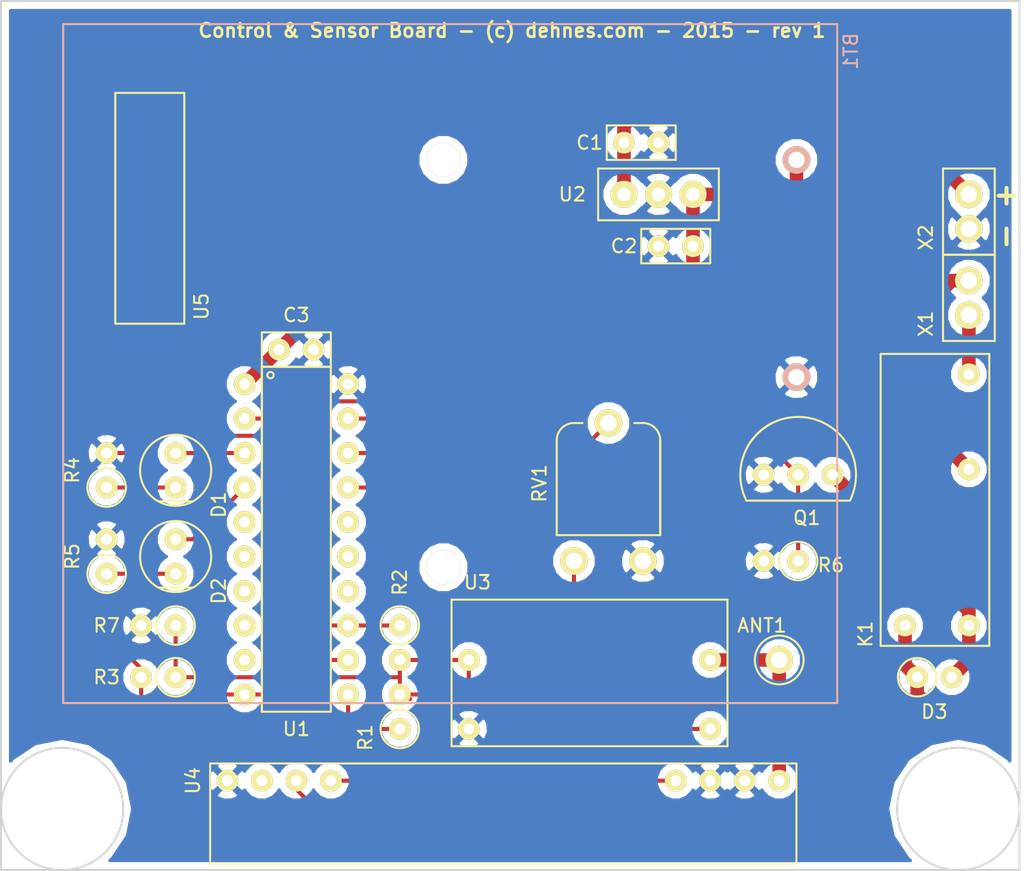
<source format=kicad_pcb>
(kicad_pcb (version 4) (host pcbnew "(2015-10-29 BZR 6286)-product")

  (general
    (links 54)
    (no_connects 0)
    (area 25.674999 37.424999 101.18 101.58194)
    (thickness 1.6)
    (drawings 8)
    (tracks 121)
    (zones 0)
    (modules 25)
    (nets 29)
  )

  (page A4)
  (layers
    (0 F.Cu signal)
    (31 B.Cu signal)
    (32 B.Adhes user)
    (33 F.Adhes user)
    (34 B.Paste user)
    (35 F.Paste user)
    (36 B.SilkS user)
    (37 F.SilkS user)
    (38 B.Mask user)
    (39 F.Mask user)
    (40 Dwgs.User user)
    (41 Cmts.User user)
    (42 Eco1.User user)
    (43 Eco2.User user)
    (44 Edge.Cuts user)
    (45 Margin user)
    (46 B.CrtYd user)
    (47 F.CrtYd user)
    (48 B.Fab user)
    (49 F.Fab user)
  )

  (setup
    (last_trace_width 0.3)
    (user_trace_width 0.3)
    (trace_clearance 0.2)
    (zone_clearance 0.508)
    (zone_45_only no)
    (trace_min 0.2)
    (segment_width 0.2)
    (edge_width 0.15)
    (via_size 0.6)
    (via_drill 0.4)
    (via_min_size 0.4)
    (via_min_drill 0.3)
    (uvia_size 0.3)
    (uvia_drill 0.1)
    (uvias_allowed no)
    (uvia_min_size 0.2)
    (uvia_min_drill 0.1)
    (pcb_text_width 0.3)
    (pcb_text_size 1.5 1.5)
    (mod_edge_width 0.15)
    (mod_text_size 1 1)
    (mod_text_width 0.15)
    (pad_size 1.524 1.524)
    (pad_drill 0.762)
    (pad_to_mask_clearance 0.2)
    (aux_axis_origin 0 0)
    (grid_origin 111 100)
    (visible_elements FFFFFFFF)
    (pcbplotparams
      (layerselection 0x010e0_80000001)
      (usegerberextensions false)
      (excludeedgelayer true)
      (linewidth 0.100000)
      (plotframeref false)
      (viasonmask false)
      (mode 1)
      (useauxorigin false)
      (hpglpennumber 1)
      (hpglpenspeed 20)
      (hpglpendiameter 15)
      (hpglpenoverlay 2)
      (psnegative false)
      (psa4output false)
      (plotreference true)
      (plotvalue true)
      (plotinvisibletext false)
      (padsonsilk false)
      (subtractmaskfromsilk false)
      (outputformat 1)
      (mirror false)
      (drillshape 0)
      (scaleselection 1)
      (outputdirectory ""))
  )

  (net 0 "")
  (net 1 "Net-(ANT1-Pad1)")
  (net 2 Vdd5V)
  (net 3 GND)
  (net 4 "Net-(C1-Pad1)")
  (net 5 "Net-(D1-Pad1)")
  (net 6 LED1)
  (net 7 "Net-(D2-Pad1)")
  (net 8 LED2)
  (net 9 "Net-(D3-Pad2)")
  (net 10 "Net-(K1-Pad3)")
  (net 11 "Net-(K1-Pad4)")
  (net 12 Relay)
  (net 13 I2C_SCL)
  (net 14 Switched_PW_20mA)
  (net 15 I2C_SDA)
  (net 16 Sensor)
  (net 17 RX-signal-ref)
  (net 18 "Net-(U1-Pad5)")
  (net 19 "Net-(U1-Pad6)")
  (net 20 "Net-(U1-Pad7)")
  (net 21 "Net-(U1-Pad8)")
  (net 22 "Net-(U1-Pad9)")
  (net 23 "Net-(U1-Pad14)")
  (net 24 "Net-(U1-Pad15)")
  (net 25 "Net-(U1-Pad16)")
  (net 26 TX-signal)
  (net 27 RX-signal)
  (net 28 "Net-(U4-Pad2)")

  (net_class Default "This is the default net class."
    (clearance 0.2)
    (trace_width 0.3)
    (via_dia 0.6)
    (via_drill 0.4)
    (uvia_dia 0.3)
    (uvia_drill 0.1)
    (add_net I2C_SCL)
    (add_net I2C_SDA)
    (add_net LED1)
    (add_net LED2)
    (add_net "Net-(D1-Pad1)")
    (add_net "Net-(D2-Pad1)")
    (add_net "Net-(U1-Pad14)")
    (add_net "Net-(U1-Pad15)")
    (add_net "Net-(U1-Pad16)")
    (add_net "Net-(U1-Pad5)")
    (add_net "Net-(U1-Pad6)")
    (add_net "Net-(U1-Pad7)")
    (add_net "Net-(U1-Pad8)")
    (add_net "Net-(U1-Pad9)")
    (add_net "Net-(U4-Pad2)")
    (add_net RX-signal)
    (add_net RX-signal-ref)
    (add_net Relay)
    (add_net Sensor)
    (add_net Switched_PW_20mA)
    (add_net TX-signal)
  )

  (net_class Large ""
    (clearance 0.2)
    (trace_width 1)
    (via_dia 0.6)
    (via_drill 0.4)
    (uvia_dia 0.3)
    (uvia_drill 0.1)
    (add_net GND)
    (add_net "Net-(ANT1-Pad1)")
    (add_net "Net-(C1-Pad1)")
    (add_net "Net-(D3-Pad2)")
    (add_net "Net-(K1-Pad3)")
    (add_net "Net-(K1-Pad4)")
    (add_net Vdd5V)
  )

  (module footprints:Antenna (layer F.Cu) (tedit 56364B5E) (tstamp 56367195)
    (at 83.06 86.03)
    (path /5635D9CF)
    (fp_text reference ANT1 (at -1.27 -2.54) (layer F.SilkS)
      (effects (font (size 1 1) (thickness 0.15)))
    )
    (fp_text value Antenna (at 0 3.175) (layer F.Fab)
      (effects (font (size 1 1) (thickness 0.15)))
    )
    (fp_circle (center 0 0) (end -1.27 -1.27) (layer F.SilkS) (width 0.15))
    (pad 1 thru_hole circle (at 0 0) (size 2.032 2.032) (drill 1.19888) (layers *.Cu *.Mask F.SilkS)
      (net 1 "Net-(ANT1-Pad1)"))
  )

  (module footprints:Battery-3xAAA (layer B.Cu) (tedit 56366AEB) (tstamp 563671A2)
    (at 84.33 49.2 90)
    (path /5635CA73)
    (fp_text reference BT1 (at 8 4 90) (layer B.SilkS)
      (effects (font (size 1 1) (thickness 0.15)) (justify mirror))
    )
    (fp_text value "3x AAA" (at -34 1 90) (layer B.Fab)
      (effects (font (size 1 1) (thickness 0.15)) (justify mirror))
    )
    (fp_line (start 10 -54) (end -40 -54) (layer B.SilkS) (width 0.15))
    (fp_line (start -40 3) (end -40 -54) (layer B.SilkS) (width 0.15))
    (fp_line (start 10 3) (end -40 3) (layer B.SilkS) (width 0.15))
    (fp_line (start 10 0) (end 10 -54) (layer B.SilkS) (width 0.15))
    (fp_line (start 10 0) (end 10 3) (layer B.SilkS) (width 0.15))
    (pad 1 thru_hole circle (at 0 0 90) (size 2.032 2.032) (drill 1.19888) (layers *.Cu *.Mask B.SilkS)
      (net 2 Vdd5V))
    (pad 2 thru_hole circle (at -16 0 90) (size 2.032 2.032) (drill 1.19888) (layers *.Cu *.Mask B.SilkS)
      (net 3 GND))
    (pad "" thru_hole circle (at 0 -26 90) (size 2.5 2.5) (drill 2.5) (layers *.Cu *.Mask B.SilkS))
    (pad "" thru_hole circle (at -30 -26 90) (size 2.5 2.5) (drill 2.5) (layers *.Cu *.Mask B.SilkS))
  )

  (module footprints:Cap-DIP-2 (layer F.Cu) (tedit 5636760D) (tstamp 563671AC)
    (at 71.63 47.93)
    (path /5635C9F6)
    (fp_text reference C1 (at -2.54 0) (layer F.SilkS)
      (effects (font (size 1 1) (thickness 0.15)))
    )
    (fp_text value 0.33µF (at -6.35 0) (layer F.Fab)
      (effects (font (size 1 1) (thickness 0.15)))
    )
    (fp_line (start -1.27 1.27) (end 3.81 1.27) (layer F.SilkS) (width 0.15))
    (fp_line (start 3.81 -1.27) (end 3.81 1.27) (layer F.SilkS) (width 0.15))
    (fp_line (start -1.27 -1.27) (end 3.81 -1.27) (layer F.SilkS) (width 0.15))
    (fp_line (start -1.27 1.27) (end -1.27 -1.27) (layer F.SilkS) (width 0.15))
    (pad 1 thru_hole circle (at 0 0) (size 1.6002 1.6002) (drill 0.8001) (layers *.Cu *.Mask F.SilkS)
      (net 4 "Net-(C1-Pad1)"))
    (pad 2 thru_hole circle (at 2.54 0) (size 1.6002 1.6002) (drill 0.8001) (layers *.Cu *.Mask F.SilkS)
      (net 3 GND))
  )

  (module footprints:Cap-DIP-2 (layer F.Cu) (tedit 56367610) (tstamp 563671B6)
    (at 76.71 55.55 180)
    (path /5635CA1D)
    (fp_text reference C2 (at 5.08 0 180) (layer F.SilkS)
      (effects (font (size 1 1) (thickness 0.15)))
    )
    (fp_text value 0.1µF (at 8.89 0 180) (layer F.Fab)
      (effects (font (size 1 1) (thickness 0.15)))
    )
    (fp_line (start -1.27 1.27) (end 3.81 1.27) (layer F.SilkS) (width 0.15))
    (fp_line (start 3.81 -1.27) (end 3.81 1.27) (layer F.SilkS) (width 0.15))
    (fp_line (start -1.27 -1.27) (end 3.81 -1.27) (layer F.SilkS) (width 0.15))
    (fp_line (start -1.27 1.27) (end -1.27 -1.27) (layer F.SilkS) (width 0.15))
    (pad 1 thru_hole circle (at 0 0 180) (size 1.6002 1.6002) (drill 0.8001) (layers *.Cu *.Mask F.SilkS)
      (net 2 Vdd5V))
    (pad 2 thru_hole circle (at 2.54 0 180) (size 1.6002 1.6002) (drill 0.8001) (layers *.Cu *.Mask F.SilkS)
      (net 3 GND))
  )

  (module footprints:Cap-DIP-2 (layer F.Cu) (tedit 5637CC1D) (tstamp 563671C0)
    (at 46.23 63.17)
    (path /5635CE75)
    (fp_text reference C3 (at 1.27 -2.54) (layer F.SilkS)
      (effects (font (size 1 1) (thickness 0.15)))
    )
    (fp_text value 0.1µF (at 6.35 0) (layer F.Fab)
      (effects (font (size 1 1) (thickness 0.15)))
    )
    (fp_line (start -1.27 1.27) (end 3.81 1.27) (layer F.SilkS) (width 0.15))
    (fp_line (start 3.81 -1.27) (end 3.81 1.27) (layer F.SilkS) (width 0.15))
    (fp_line (start -1.27 -1.27) (end 3.81 -1.27) (layer F.SilkS) (width 0.15))
    (fp_line (start -1.27 1.27) (end -1.27 -1.27) (layer F.SilkS) (width 0.15))
    (pad 1 thru_hole circle (at 0 0) (size 1.6002 1.6002) (drill 0.8001) (layers *.Cu *.Mask F.SilkS)
      (net 2 Vdd5V))
    (pad 2 thru_hole circle (at 2.54 0) (size 1.6002 1.6002) (drill 0.8001) (layers *.Cu *.Mask F.SilkS)
      (net 3 GND))
  )

  (module footprints:LED_5mm (layer F.Cu) (tedit 5637CBD5) (tstamp 563671C8)
    (at 38.61 73.33 90)
    (path /56362D4E)
    (fp_text reference D1 (at -1.27 3.175 270) (layer F.SilkS)
      (effects (font (size 1 1) (thickness 0.15)))
    )
    (fp_text value LED (at 1.27 3.81 90) (layer F.Fab)
      (effects (font (size 1 1) (thickness 0.15)))
    )
    (fp_line (start -1.016 1.27) (end -1.016 -1.27) (layer F.SilkS) (width 0.15))
    (fp_circle (center 1.27 0) (end 3.81 -0.635) (layer F.SilkS) (width 0.15))
    (pad 1 thru_hole circle (at 0 0 90) (size 1.6002 1.6002) (drill 0.8001) (layers *.Cu *.Mask F.SilkS)
      (net 5 "Net-(D1-Pad1)"))
    (pad 2 thru_hole circle (at 2.54 0 90) (size 1.6002 1.6002) (drill 0.8001) (layers *.Cu *.Mask F.SilkS)
      (net 6 LED1))
  )

  (module footprints:LED_5mm (layer F.Cu) (tedit 5637CBCB) (tstamp 563671D0)
    (at 38.61 79.68 90)
    (path /56362DC9)
    (fp_text reference D2 (at -1.27 3.175 270) (layer F.SilkS)
      (effects (font (size 1 1) (thickness 0.15)))
    )
    (fp_text value LED (at 1.27 3.81 90) (layer F.Fab)
      (effects (font (size 1 1) (thickness 0.15)))
    )
    (fp_line (start -1.016 1.27) (end -1.016 -1.27) (layer F.SilkS) (width 0.15))
    (fp_circle (center 1.27 0) (end 3.81 -0.635) (layer F.SilkS) (width 0.15))
    (pad 1 thru_hole circle (at 0 0 90) (size 1.6002 1.6002) (drill 0.8001) (layers *.Cu *.Mask F.SilkS)
      (net 7 "Net-(D2-Pad1)"))
    (pad 2 thru_hole circle (at 2.54 0 90) (size 1.6002 1.6002) (drill 0.8001) (layers *.Cu *.Mask F.SilkS)
      (net 8 LED2))
  )

  (module footprints:Resistor_vertical_100mil (layer F.Cu) (tedit 5637CC03) (tstamp 563671D7)
    (at 93.22 87.3)
    (path /56361628)
    (fp_text reference D3 (at 1.27 2.54 180) (layer F.SilkS)
      (effects (font (size 1 1) (thickness 0.15)))
    )
    (fp_text value 1N4007-T (at 0.635 2.54) (layer F.Fab)
      (effects (font (size 1 1) (thickness 0.15)))
    )
    (fp_circle (center 0 0) (end 0.635 1.27) (layer F.SilkS) (width 0.15))
    (pad 1 thru_hole circle (at 0 0) (size 1.6002 1.6002) (drill 0.8001) (layers *.Cu *.Mask F.SilkS)
      (net 2 Vdd5V))
    (pad 2 thru_hole circle (at 2.54 0) (size 1.6002 1.6002) (drill 0.8001) (layers *.Cu *.Mask F.SilkS)
      (net 9 "Net-(D3-Pad2)"))
  )

  (module footprints:Omron-GSNB-1A (layer F.Cu) (tedit 5637CC08) (tstamp 563671E3)
    (at 97.03 83.49 90)
    (path /56361565)
    (fp_text reference K1 (at -0.635 -7.62 90) (layer F.SilkS)
      (effects (font (size 1 1) (thickness 0.15)))
    )
    (fp_text value Relay_NO (at 9.5 -3 90) (layer F.Fab)
      (effects (font (size 1 1) (thickness 0.15)))
    )
    (fp_line (start 20 -6.5) (end -1.5 -6.5) (layer F.SilkS) (width 0.15))
    (fp_line (start 20 1.5) (end 20 -6.5) (layer F.SilkS) (width 0.15))
    (fp_line (start -1.5 1.5) (end 20 1.5) (layer F.SilkS) (width 0.15))
    (fp_line (start -1.5 1.5) (end -1.5 -6.5) (layer F.SilkS) (width 0.15))
    (pad 1 thru_hole circle (at 0 0 90) (size 1.6 1.6) (drill 0.8) (layers *.Cu *.Mask F.SilkS)
      (net 9 "Net-(D3-Pad2)"))
    (pad 2 thru_hole circle (at 0 -4.7 90) (size 1.6 1.6) (drill 0.8) (layers *.Cu *.Mask F.SilkS)
      (net 2 Vdd5V))
    (pad 3 thru_hole circle (at 11.5 0 90) (size 1.6 1.6) (drill 0.8) (layers *.Cu *.Mask F.SilkS)
      (net 10 "Net-(K1-Pad3)"))
    (pad 4 thru_hole circle (at 18.5 0 90) (size 1.6 1.6) (drill 0.8) (layers *.Cu *.Mask F.SilkS)
      (net 11 "Net-(K1-Pad4)"))
  )

  (module footprints:TO-92_MOSFET (layer F.Cu) (tedit 56366DE6) (tstamp 563671EE)
    (at 81.915 72.39)
    (path /563628A5)
    (fp_text reference Q1 (at 3.175 3.175) (layer F.SilkS)
      (effects (font (size 1 1) (thickness 0.15)))
    )
    (fp_text value 2N7000GOS-ND (at 1.905 -5.08) (layer F.Fab)
      (effects (font (size 1 1) (thickness 0.15)))
    )
    (fp_arc (start 2.54 0) (end -1.27 -1.905) (angle 90) (layer F.SilkS) (width 0.15))
    (fp_arc (start 2.54 0) (end -1.27 1.905) (angle 90) (layer F.SilkS) (width 0.15))
    (fp_arc (start 2.54 0) (end 4.445 -3.81) (angle 90) (layer F.SilkS) (width 0.15))
    (fp_line (start -1.27 1.905) (end 6.35 1.905) (layer F.SilkS) (width 0.15))
    (pad 1 thru_hole circle (at 0 0) (size 1.6002 1.6002) (drill 0.8001) (layers *.Cu *.Mask F.SilkS)
      (net 3 GND))
    (pad 2 thru_hole circle (at 2.54 0) (size 1.6002 1.6002) (drill 0.8001) (layers *.Cu *.Mask F.SilkS)
      (net 12 Relay))
    (pad 3 thru_hole circle (at 5.08 0) (size 1.6002 1.6002) (drill 0.8001) (layers *.Cu *.Mask F.SilkS)
      (net 9 "Net-(D3-Pad2)"))
  )

  (module footprints:Resistor_vertical_100mil (layer F.Cu) (tedit 5637CBE6) (tstamp 563671F5)
    (at 55.12 91.11 90)
    (path /5635F777)
    (fp_text reference R1 (at -0.635 -2.54 270) (layer F.SilkS)
      (effects (font (size 1 1) (thickness 0.15)))
    )
    (fp_text value 2.2kΩ (at 0.635 2.54 90) (layer F.Fab)
      (effects (font (size 1 1) (thickness 0.15)))
    )
    (fp_circle (center 0 0) (end 0.635 1.27) (layer F.SilkS) (width 0.15))
    (pad 1 thru_hole circle (at 0 0 90) (size 1.6002 1.6002) (drill 0.8001) (layers *.Cu *.Mask F.SilkS)
      (net 13 I2C_SCL))
    (pad 2 thru_hole circle (at 2.54 0 90) (size 1.6002 1.6002) (drill 0.8001) (layers *.Cu *.Mask F.SilkS)
      (net 14 Switched_PW_20mA))
  )

  (module footprints:Resistor_vertical_100mil (layer F.Cu) (tedit 5637CBEB) (tstamp 563671FC)
    (at 55.12 83.49 270)
    (path /5635F7EF)
    (fp_text reference R2 (at -3.175 0 450) (layer F.SilkS)
      (effects (font (size 1 1) (thickness 0.15)))
    )
    (fp_text value 2.2kΩ (at 0.635 2.54 270) (layer F.Fab)
      (effects (font (size 1 1) (thickness 0.15)))
    )
    (fp_circle (center 0 0) (end 0.635 1.27) (layer F.SilkS) (width 0.15))
    (pad 1 thru_hole circle (at 0 0 270) (size 1.6002 1.6002) (drill 0.8001) (layers *.Cu *.Mask F.SilkS)
      (net 15 I2C_SDA))
    (pad 2 thru_hole circle (at 2.54 0 270) (size 1.6002 1.6002) (drill 0.8001) (layers *.Cu *.Mask F.SilkS)
      (net 14 Switched_PW_20mA))
  )

  (module footprints:Resistor_vertical_100mil (layer F.Cu) (tedit 5637BE52) (tstamp 56367203)
    (at 38.61 87.3 180)
    (path /56360113)
    (fp_text reference R3 (at 5.08 0 360) (layer F.SilkS)
      (effects (font (size 1 1) (thickness 0.15)))
    )
    (fp_text value " " (at 0.635 2.54 180) (layer F.Fab)
      (effects (font (size 1 1) (thickness 0.15)))
    )
    (fp_circle (center 0 0) (end 0.635 1.27) (layer F.SilkS) (width 0.15))
    (pad 1 thru_hole circle (at 0 0 180) (size 1.6002 1.6002) (drill 0.8001) (layers *.Cu *.Mask F.SilkS)
      (net 16 Sensor))
    (pad 2 thru_hole circle (at 2.54 0 180) (size 1.6002 1.6002) (drill 0.8001) (layers *.Cu *.Mask F.SilkS)
      (net 14 Switched_PW_20mA))
  )

  (module footprints:Resistor_vertical_100mil (layer F.Cu) (tedit 5636055A) (tstamp 5636720A)
    (at 33.53 73.33 90)
    (path /56362EEE)
    (fp_text reference R4 (at 1.27 -2.54 270) (layer F.SilkS)
      (effects (font (size 1 1) (thickness 0.15)))
    )
    (fp_text value " " (at 0.635 2.54 90) (layer F.Fab)
      (effects (font (size 1 1) (thickness 0.15)))
    )
    (fp_circle (center 0 0) (end 0.635 1.27) (layer F.SilkS) (width 0.15))
    (pad 1 thru_hole circle (at 0 0 90) (size 1.6002 1.6002) (drill 0.8001) (layers *.Cu *.Mask F.SilkS)
      (net 5 "Net-(D1-Pad1)"))
    (pad 2 thru_hole circle (at 2.54 0 90) (size 1.6002 1.6002) (drill 0.8001) (layers *.Cu *.Mask F.SilkS)
      (net 3 GND))
  )

  (module footprints:Resistor_vertical_100mil (layer F.Cu) (tedit 5636055A) (tstamp 56367211)
    (at 33.53 79.68 90)
    (path /56362F4C)
    (fp_text reference R5 (at 1.27 -2.54 270) (layer F.SilkS)
      (effects (font (size 1 1) (thickness 0.15)))
    )
    (fp_text value " " (at 0.635 2.54 90) (layer F.Fab)
      (effects (font (size 1 1) (thickness 0.15)))
    )
    (fp_circle (center 0 0) (end 0.635 1.27) (layer F.SilkS) (width 0.15))
    (pad 1 thru_hole circle (at 0 0 90) (size 1.6002 1.6002) (drill 0.8001) (layers *.Cu *.Mask F.SilkS)
      (net 7 "Net-(D2-Pad1)"))
    (pad 2 thru_hole circle (at 2.54 0 90) (size 1.6002 1.6002) (drill 0.8001) (layers *.Cu *.Mask F.SilkS)
      (net 3 GND))
  )

  (module footprints:Resistor_vertical_100mil (layer F.Cu) (tedit 5637CBFA) (tstamp 56367218)
    (at 84.455 78.74 180)
    (path /563618C5)
    (fp_text reference R6 (at -2.415 -0.305 360) (layer F.SilkS)
      (effects (font (size 1 1) (thickness 0.15)))
    )
    (fp_text value 10kΩ (at 0.635 2.54 180) (layer F.Fab)
      (effects (font (size 1 1) (thickness 0.15)))
    )
    (fp_circle (center 0 0) (end 0.635 1.27) (layer F.SilkS) (width 0.15))
    (pad 1 thru_hole circle (at 0 0 180) (size 1.6002 1.6002) (drill 0.8001) (layers *.Cu *.Mask F.SilkS)
      (net 12 Relay))
    (pad 2 thru_hole circle (at 2.54 0 180) (size 1.6002 1.6002) (drill 0.8001) (layers *.Cu *.Mask F.SilkS)
      (net 3 GND))
  )

  (module footprints:Resistor_vertical_100mil (layer F.Cu) (tedit 5637BE57) (tstamp 5636721F)
    (at 38.61 83.49 180)
    (path /5635FEDA)
    (fp_text reference R7 (at 5.08 0 360) (layer F.SilkS)
      (effects (font (size 1 1) (thickness 0.15)))
    )
    (fp_text value LightSensor (at 1.27 -2.54 180) (layer F.Fab)
      (effects (font (size 1 1) (thickness 0.15)))
    )
    (fp_circle (center 0 0) (end 0.635 1.27) (layer F.SilkS) (width 0.15))
    (pad 1 thru_hole circle (at 0 0 180) (size 1.6002 1.6002) (drill 0.8001) (layers *.Cu *.Mask F.SilkS)
      (net 16 Sensor))
    (pad 2 thru_hole circle (at 2.54 0 180) (size 1.6002 1.6002) (drill 0.8001) (layers *.Cu *.Mask F.SilkS)
      (net 3 GND))
  )

  (module footprints:Potensiometer (layer F.Cu) (tedit 5636060A) (tstamp 5636722E)
    (at 67.945 78.74)
    (path /5635EDA3)
    (fp_text reference RV1 (at -2.54 -5.715 90) (layer F.SilkS)
      (effects (font (size 1 1) (thickness 0.15)))
    )
    (fp_text value 10K (at 2.54 2.54) (layer F.Fab)
      (effects (font (size 1 1) (thickness 0.15)))
    )
    (fp_line (start 5.08 -10.16) (end 4.445 -10.16) (layer F.SilkS) (width 0.15))
    (fp_line (start 0 -10.16) (end 0.635 -10.16) (layer F.SilkS) (width 0.15))
    (fp_arc (start 0 -8.89) (end -1.27 -8.89) (angle 90) (layer F.SilkS) (width 0.15))
    (fp_line (start -1.27 -1.905) (end -1.27 -8.89) (layer F.SilkS) (width 0.15))
    (fp_line (start 6.35 -1.905) (end -1.27 -1.905) (layer F.SilkS) (width 0.15))
    (fp_line (start 6.35 -8.89) (end 6.35 -1.905) (layer F.SilkS) (width 0.15))
    (fp_line (start 6.35 -1.905) (end 6.35 -8.89) (layer F.SilkS) (width 0.15))
    (fp_arc (start 5.08 -8.89) (end 5.08 -10.16) (angle 90) (layer F.SilkS) (width 0.15))
    (pad 1 thru_hole circle (at 0 0) (size 2.032 2.032) (drill 1.19888) (layers *.Cu *.Mask F.SilkS)
      (net 14 Switched_PW_20mA))
    (pad 3 thru_hole circle (at 5.08 0) (size 2.032 2.032) (drill 1.19888) (layers *.Cu *.Mask F.SilkS)
      (net 3 GND))
    (pad 2 thru_hole circle (at 2.54 -10.16) (size 2.032 2.032) (drill 1.19888) (layers *.Cu *.Mask F.SilkS)
      (net 17 RX-signal-ref))
  )

  (module footprints:PIC16F690-DIP (layer F.Cu) (tedit 5636743C) (tstamp 5636724E)
    (at 43.69 65.71 270)
    (path /5635CDE6)
    (fp_text reference U1 (at 25.4 -3.81 360) (layer F.SilkS)
      (effects (font (size 1 1) (thickness 0.15)))
    )
    (fp_text value PIC16F690-I/P-ND (at 11.43 -3.81 270) (layer F.Fab)
      (effects (font (size 1 1) (thickness 0.15)))
    )
    (fp_line (start -1.27 -6.35) (end -1.27 -5.08) (layer F.SilkS) (width 0.15))
    (fp_line (start 24.13 -6.35) (end -1.27 -6.35) (layer F.SilkS) (width 0.15))
    (fp_line (start 24.13 -5.08) (end 24.13 -6.35) (layer F.SilkS) (width 0.15))
    (fp_circle (center -0.6604 -1.905) (end -0.508 -2.0828) (layer F.SilkS) (width 0.15))
    (fp_line (start 24.13 -1.27) (end -1.27 -1.27) (layer F.SilkS) (width 0.15))
    (fp_line (start -1.27 -1.27) (end -1.27 -5.08) (layer F.SilkS) (width 0.15))
    (fp_line (start 24.13 -1.27) (end -1.27 -1.27) (layer F.SilkS) (width 0.15))
    (fp_line (start 24.13 -5.08) (end 24.13 -1.27) (layer F.SilkS) (width 0.15))
    (pad 1 thru_hole circle (at 0 0 270) (size 1.6002 1.6002) (drill 0.8001) (layers *.Cu *.Mask F.SilkS)
      (net 2 Vdd5V))
    (pad 2 thru_hole circle (at 2.54 0 270) (size 1.6002 1.6002) (drill 0.8001) (layers *.Cu *.Mask F.SilkS)
      (net 12 Relay))
    (pad 3 thru_hole circle (at 5.08 0 270) (size 1.6002 1.6002) (drill 0.8001) (layers *.Cu *.Mask F.SilkS)
      (net 6 LED1))
    (pad 4 thru_hole circle (at 7.62 0 270) (size 1.6002 1.6002) (drill 0.8001) (layers *.Cu *.Mask F.SilkS)
      (net 8 LED2))
    (pad 5 thru_hole circle (at 10.16 0 270) (size 1.6002 1.6002) (drill 0.8001) (layers *.Cu *.Mask F.SilkS)
      (net 18 "Net-(U1-Pad5)"))
    (pad 6 thru_hole circle (at 12.7 0 270) (size 1.6002 1.6002) (drill 0.8001) (layers *.Cu *.Mask F.SilkS)
      (net 19 "Net-(U1-Pad6)"))
    (pad 7 thru_hole circle (at 15.24 0 270) (size 1.6002 1.6002) (drill 0.8001) (layers *.Cu *.Mask F.SilkS)
      (net 20 "Net-(U1-Pad7)"))
    (pad 8 thru_hole circle (at 17.78 0 270) (size 1.6002 1.6002) (drill 0.8001) (layers *.Cu *.Mask F.SilkS)
      (net 21 "Net-(U1-Pad8)"))
    (pad 9 thru_hole circle (at 20.32 0 270) (size 1.6002 1.6002) (drill 0.8001) (layers *.Cu *.Mask F.SilkS)
      (net 22 "Net-(U1-Pad9)"))
    (pad 10 thru_hole circle (at 22.86 0 270) (size 1.6002 1.6002) (drill 0.8001) (layers *.Cu *.Mask F.SilkS)
      (net 14 Switched_PW_20mA))
    (pad 11 thru_hole circle (at 22.86 -7.62 270) (size 1.6002 1.6002) (drill 0.8001) (layers *.Cu *.Mask F.SilkS)
      (net 13 I2C_SCL))
    (pad 12 thru_hole circle (at 20.32 -7.62 270) (size 1.6002 1.6002) (drill 0.8001) (layers *.Cu *.Mask F.SilkS)
      (net 16 Sensor))
    (pad 13 thru_hole circle (at 17.78 -7.62 270) (size 1.6002 1.6002) (drill 0.8001) (layers *.Cu *.Mask F.SilkS)
      (net 15 I2C_SDA))
    (pad 14 thru_hole circle (at 15.24 -7.62 270) (size 1.6002 1.6002) (drill 0.8001) (layers *.Cu *.Mask F.SilkS)
      (net 23 "Net-(U1-Pad14)"))
    (pad 15 thru_hole circle (at 12.7 -7.62 270) (size 1.6002 1.6002) (drill 0.8001) (layers *.Cu *.Mask F.SilkS)
      (net 24 "Net-(U1-Pad15)"))
    (pad 16 thru_hole circle (at 10.16 -7.62 270) (size 1.6002 1.6002) (drill 0.8001) (layers *.Cu *.Mask F.SilkS)
      (net 25 "Net-(U1-Pad16)"))
    (pad 17 thru_hole circle (at 7.62 -7.62 270) (size 1.6002 1.6002) (drill 0.8001) (layers *.Cu *.Mask F.SilkS)
      (net 26 TX-signal))
    (pad 18 thru_hole circle (at 5.08 -7.62 270) (size 1.6002 1.6002) (drill 0.8001) (layers *.Cu *.Mask F.SilkS)
      (net 17 RX-signal-ref))
    (pad 19 thru_hole circle (at 2.54 -7.62 270) (size 1.6002 1.6002) (drill 0.8001) (layers *.Cu *.Mask F.SilkS)
      (net 27 RX-signal))
    (pad 20 thru_hole circle (at 0 -7.62 270) (size 1.6002 1.6002) (drill 0.8001) (layers *.Cu *.Mask F.SilkS)
      (net 3 GND))
  )

  (module footprints:L78M05-TO-220 (layer F.Cu) (tedit 5636760A) (tstamp 56367259)
    (at 71.63 51.74)
    (path /5635C9C4)
    (fp_text reference U2 (at -3.81 0) (layer F.SilkS)
      (effects (font (size 1 1) (thickness 0.15)))
    )
    (fp_text value LM7805CT (at -8.89 0) (layer F.Fab)
      (effects (font (size 1 1) (thickness 0.15)))
    )
    (fp_line (start 6.985 1.905) (end -1.905 1.905) (layer F.SilkS) (width 0.15))
    (fp_line (start 6.985 -1.905) (end 6.985 1.905) (layer F.SilkS) (width 0.15))
    (fp_line (start -1.905 -1.905) (end 6.985 -1.905) (layer F.SilkS) (width 0.15))
    (fp_line (start -1.905 1.905) (end -1.905 -1.905) (layer F.SilkS) (width 0.15))
    (pad 1 thru_hole circle (at 0 0) (size 1.99898 1.99898) (drill 1.00076) (layers *.Cu *.Mask F.SilkS)
      (net 4 "Net-(C1-Pad1)"))
    (pad 2 thru_hole circle (at 2.54 0) (size 1.99898 1.99898) (drill 1.00076) (layers *.Cu *.Mask F.SilkS)
      (net 3 GND))
    (pad 3 thru_hole circle (at 5.08 0) (size 1.99898 1.99898) (drill 1.00076) (layers *.Cu *.Mask F.SilkS)
      (net 2 Vdd5V))
  )

  (module footprints:RT4-433 (layer F.Cu) (tedit 56364AE7) (tstamp 56367265)
    (at 60.2 86.03)
    (path /5635D810)
    (fp_text reference U3 (at 0.635 -5.715) (layer F.SilkS)
      (effects (font (size 1 1) (thickness 0.15)))
    )
    (fp_text value AM-RT4-433 (at 8.89 1.905) (layer F.Fab)
      (effects (font (size 1 1) (thickness 0.15)))
    )
    (fp_line (start 19.05 6.35) (end -1.27 6.35) (layer F.SilkS) (width 0.15))
    (fp_line (start 19.05 -4.445) (end 19.05 6.35) (layer F.SilkS) (width 0.15))
    (fp_line (start -1.27 -4.445) (end 19.05 -4.445) (layer F.SilkS) (width 0.15))
    (fp_line (start -1.27 6.35) (end -1.27 -4.445) (layer F.SilkS) (width 0.15))
    (pad 1 thru_hole circle (at 0 0) (size 1.6002 1.6002) (drill 0.8001) (layers *.Cu *.Mask F.SilkS)
      (net 14 Switched_PW_20mA))
    (pad 2 thru_hole circle (at 0 5.08) (size 1.6002 1.6002) (drill 0.8001) (layers *.Cu *.Mask F.SilkS)
      (net 3 GND))
    (pad 3 thru_hole circle (at 17.78 5.08) (size 1.6002 1.6002) (drill 0.8001) (layers *.Cu *.Mask F.SilkS)
      (net 26 TX-signal))
    (pad 4 thru_hole circle (at 17.78 0) (size 1.6002 1.6002) (drill 0.8001) (layers *.Cu *.Mask F.SilkS)
      (net 1 "Net-(ANT1-Pad1)"))
  )

  (module footprints:ChipCap2-SIP (layer F.Cu) (tedit 5637BCAA) (tstamp 56367281)
    (at 34.8 64.44)
    (path /5635F1F5)
    (fp_text reference U5 (at 5.715 -4.445 270) (layer F.SilkS)
      (effects (font (size 1 1) (thickness 0.15)))
    )
    (fp_text value ChipCap2-SIP (at 1.905 -11.43 90) (layer F.Fab)
      (effects (font (size 1 1) (thickness 0.15)))
    )
    (fp_line (start -0.635 -3.175) (end 4.445 -3.175) (layer F.SilkS) (width 0.15))
    (fp_line (start 4.445 -20.175) (end 4.445 -3.175) (layer F.SilkS) (width 0.15))
    (fp_line (start -0.635 -20.175) (end 4.445 -20.175) (layer F.SilkS) (width 0.15))
    (fp_line (start -0.635 -3.175) (end -0.635 -20.175) (layer F.SilkS) (width 0.15))
    (pad 1 smd rect (at 0 0) (size 0.5842 5.9944) (layers F.Cu F.Paste F.Mask)
      (net 13 I2C_SCL))
    (pad 2 smd rect (at 1.27 0) (size 0.5842 5.9944) (layers F.Cu F.Paste F.Mask)
      (net 14 Switched_PW_20mA))
    (pad 3 smd rect (at 2.54 0) (size 0.5842 5.9944) (layers F.Cu F.Paste F.Mask)
      (net 3 GND))
    (pad 4 smd rect (at 3.81 0) (size 0.5842 5.9944) (layers F.Cu F.Paste F.Mask)
      (net 15 I2C_SDA))
  )

  (module footprints:TerminalBlock_2 (layer F.Cu) (tedit 56367B8C) (tstamp 5636728B)
    (at 97.03 58.09 270)
    (path /56365F98)
    (fp_text reference X1 (at 3.175 3.175 270) (layer F.SilkS)
      (effects (font (size 1 1) (thickness 0.15)))
    )
    (fp_text value TERM (at 2.54 -3.175 270) (layer F.Fab)
      (effects (font (size 1 1) (thickness 0.15)))
    )
    (fp_line (start 4.445 1.905) (end -1.905 1.905) (layer F.SilkS) (width 0.15))
    (fp_line (start 4.445 -1.905) (end 4.445 1.905) (layer F.SilkS) (width 0.15))
    (fp_line (start -1.905 -1.905) (end 4.445 -1.905) (layer F.SilkS) (width 0.15))
    (fp_line (start -1.905 1.905) (end -1.905 -1.905) (layer F.SilkS) (width 0.15))
    (pad 1 thru_hole circle (at 0 0 270) (size 2.032 2.032) (drill 1.19888) (layers *.Cu *.Mask F.SilkS)
      (net 10 "Net-(K1-Pad3)"))
    (pad 2 thru_hole circle (at 2.54 0 270) (size 2.032 2.032) (drill 1.19888) (layers *.Cu *.Mask F.SilkS)
      (net 11 "Net-(K1-Pad4)"))
  )

  (module footprints:TerminalBlock_2 (layer F.Cu) (tedit 56367B8E) (tstamp 56367295)
    (at 97.03 54.28 90)
    (path /56365C7F)
    (fp_text reference X2 (at -0.635 -3.175 90) (layer F.SilkS)
      (effects (font (size 1 1) (thickness 0.15)))
    )
    (fp_text value TERM (at 0 3.175 90) (layer F.Fab)
      (effects (font (size 1 1) (thickness 0.15)))
    )
    (fp_line (start 4.445 1.905) (end -1.905 1.905) (layer F.SilkS) (width 0.15))
    (fp_line (start 4.445 -1.905) (end 4.445 1.905) (layer F.SilkS) (width 0.15))
    (fp_line (start -1.905 -1.905) (end 4.445 -1.905) (layer F.SilkS) (width 0.15))
    (fp_line (start -1.905 1.905) (end -1.905 -1.905) (layer F.SilkS) (width 0.15))
    (pad 1 thru_hole circle (at 0 0 90) (size 2.032 2.032) (drill 1.19888) (layers *.Cu *.Mask F.SilkS)
      (net 3 GND))
    (pad 2 thru_hole circle (at 2.54 0 90) (size 2.032 2.032) (drill 1.19888) (layers *.Cu *.Mask F.SilkS)
      (net 4 "Net-(C1-Pad1)"))
  )

  (module footprints:RX433N (layer F.Cu) (tedit 5637CBE0) (tstamp 56367275)
    (at 42.42 94.92)
    (path /5635DB98)
    (fp_text reference U4 (at -2.54 0 90) (layer F.SilkS)
      (effects (font (size 1 1) (thickness 0.15)))
    )
    (fp_text value RX433N (at 19.05 0) (layer F.Fab)
      (effects (font (size 1 1) (thickness 0.15)))
    )
    (fp_line (start 41.91 6.096) (end 41.91 1.27) (layer F.SilkS) (width 0.15))
    (fp_line (start -1.27 6.096) (end 41.91 6.096) (layer F.SilkS) (width 0.15))
    (fp_line (start -1.27 1.27) (end -1.27 6.096) (layer F.SilkS) (width 0.15))
    (fp_line (start -1.27 -1.27) (end -1.27 1.27) (layer F.SilkS) (width 0.15))
    (fp_line (start 41.91 -1.27) (end -1.27 -1.27) (layer F.SilkS) (width 0.15))
    (fp_line (start 41.91 1.27) (end 41.91 -1.27) (layer F.SilkS) (width 0.15))
    (pad 1 thru_hole circle (at 0 0) (size 1.6002 1.6002) (drill 0.8001) (layers *.Cu *.Mask F.SilkS)
      (net 3 GND))
    (pad 2 thru_hole circle (at 2.54 0) (size 1.6002 1.6002) (drill 0.8001) (layers *.Cu *.Mask F.SilkS)
      (net 28 "Net-(U4-Pad2)"))
    (pad 3 thru_hole circle (at 5.08 0) (size 1.6002 1.6002) (drill 0.8001) (layers *.Cu *.Mask F.SilkS)
      (net 27 RX-signal))
    (pad 4 thru_hole circle (at 7.62 0) (size 1.6002 1.6002) (drill 0.8001) (layers *.Cu *.Mask F.SilkS)
      (net 14 Switched_PW_20mA))
    (pad 5 thru_hole circle (at 33.02 0) (size 1.6002 1.6002) (drill 0.8001) (layers *.Cu *.Mask F.SilkS)
      (net 14 Switched_PW_20mA))
    (pad 6 thru_hole circle (at 35.56 0) (size 1.6002 1.6002) (drill 0.8001) (layers *.Cu *.Mask F.SilkS)
      (net 3 GND))
    (pad 7 thru_hole circle (at 38.1 0) (size 1.6002 1.6002) (drill 0.8001) (layers *.Cu *.Mask F.SilkS)
      (net 3 GND))
    (pad 8 thru_hole circle (at 40.64 0) (size 1.6002 1.6002) (drill 0.8001) (layers *.Cu *.Mask F.SilkS)
      (net 1 "Net-(ANT1-Pad1)"))
  )

  (gr_circle (center 96.25 97) (end 96 101.5) (layer Edge.Cuts) (width 0.15))
  (gr_circle (center 30.25 97) (end 30.25 101.5) (layer Edge.Cuts) (width 0.15))
  (gr_line (start 25.75 101.5) (end 25.75 37.5) (angle 90) (layer Edge.Cuts) (width 0.15))
  (gr_line (start 100.75 101.5) (end 25.75 101.5) (angle 90) (layer Edge.Cuts) (width 0.15))
  (gr_line (start 100.75 37.5) (end 100.75 101.5) (angle 90) (layer Edge.Cuts) (width 0.15))
  (gr_line (start 25.75 37.5) (end 100.75 37.5) (angle 90) (layer Edge.Cuts) (width 0.15))
  (gr_text "Control & Sensor Board - (c) dehnes.com - 2015 - rev 1" (at 63.375 39.675) (layer F.SilkS)
    (effects (font (size 1 1) (thickness 0.2)))
  )
  (gr_text "- +" (at 99.695 53.34 90) (layer F.SilkS)
    (effects (font (size 1.5 1.5) (thickness 0.3)))
  )

  (segment (start 83.06 94.92) (end 83.06 86.03) (width 1) (layer F.Cu) (net 1))
  (segment (start 83.06 86.03) (end 77.98 86.03) (width 1) (layer F.Cu) (net 1))
  (segment (start 46.23 63.17) (end 48.77 60.63) (width 1) (layer F.Cu) (net 2))
  (segment (start 76.71 58.09) (end 76.71 55.55) (width 1) (layer F.Cu) (net 2) (tstamp 5637C8FC))
  (segment (start 74.17 60.63) (end 76.71 58.09) (width 1) (layer F.Cu) (net 2) (tstamp 5637C8F9))
  (segment (start 48.77 60.63) (end 74.17 60.63) (width 1) (layer F.Cu) (net 2) (tstamp 5637C8F5))
  (segment (start 43.69 65.71) (end 46.23 63.17) (width 1) (layer F.Cu) (net 2))
  (segment (start 84.33 49.2) (end 84.33 51.74) (width 1) (layer F.Cu) (net 2))
  (segment (start 76.71 51.74) (end 84.33 51.74) (width 1) (layer F.Cu) (net 2))
  (segment (start 84.33 51.74) (end 86.87 51.74) (width 1) (layer F.Cu) (net 2) (tstamp 5637C8E0))
  (segment (start 86.87 51.74) (end 89.41 54.28) (width 1) (layer F.Cu) (net 2) (tstamp 5637C8DA))
  (segment (start 93.22 87.3) (end 93.22 88.57) (width 1) (layer F.Cu) (net 2))
  (segment (start 89.41 69.52) (end 89.41 54.28) (width 1) (layer F.Cu) (net 2) (tstamp 5637C8C7))
  (segment (start 99.57 79.68) (end 89.41 69.52) (width 1) (layer F.Cu) (net 2) (tstamp 5637C8C4))
  (segment (start 99.57 87.3) (end 99.57 79.68) (width 1) (layer F.Cu) (net 2) (tstamp 5637C8C1))
  (segment (start 97.03 89.84) (end 99.57 87.3) (width 1) (layer F.Cu) (net 2) (tstamp 5637C8C0))
  (segment (start 94.49 89.84) (end 97.03 89.84) (width 1) (layer F.Cu) (net 2) (tstamp 5637C8BF))
  (segment (start 93.22 88.57) (end 94.49 89.84) (width 1) (layer F.Cu) (net 2) (tstamp 5637C8BE))
  (segment (start 92.33 83.49) (end 92.33 86.41) (width 1) (layer F.Cu) (net 2))
  (segment (start 92.33 86.41) (end 93.22 87.3) (width 1) (layer F.Cu) (net 2) (tstamp 5637C8AC))
  (segment (start 76.71 55.55) (end 76.71 51.74) (width 1) (layer F.Cu) (net 2))
  (segment (start 37.34 64.44) (end 37.34 69.52) (width 0.3) (layer F.Cu) (net 3))
  (segment (start 36.07 70.79) (end 33.53 70.79) (width 0.3) (layer F.Cu) (net 3) (tstamp 5637C9D8))
  (segment (start 37.34 69.52) (end 36.07 70.79) (width 0.3) (layer F.Cu) (net 3) (tstamp 5637C9D7))
  (segment (start 71.63 47.93) (end 71.63 46.66) (width 1) (layer F.Cu) (net 4))
  (segment (start 90.68 45.39) (end 97.03 51.74) (width 1) (layer F.Cu) (net 4) (tstamp 5637C881))
  (segment (start 72.9 45.39) (end 90.68 45.39) (width 1) (layer F.Cu) (net 4) (tstamp 5637C87E))
  (segment (start 71.63 46.66) (end 72.9 45.39) (width 1) (layer F.Cu) (net 4) (tstamp 5637C87D))
  (segment (start 71.63 47.93) (end 71.63 51.74) (width 1) (layer F.Cu) (net 4))
  (segment (start 33.53 73.33) (end 38.61 73.33) (width 0.3) (layer F.Cu) (net 5))
  (segment (start 38.61 70.79) (end 43.69 70.79) (width 0.3) (layer F.Cu) (net 6))
  (segment (start 33.53 79.68) (end 38.61 79.68) (width 0.3) (layer F.Cu) (net 7))
  (segment (start 38.61 77.14) (end 39.88 77.14) (width 0.3) (layer F.Cu) (net 8))
  (segment (start 39.88 77.14) (end 43.69 73.33) (width 0.3) (layer F.Cu) (net 8) (tstamp 5637C9F4))
  (segment (start 97.03 83.49) (end 97.03 82.425) (width 1) (layer F.Cu) (net 9))
  (segment (start 97.03 82.425) (end 86.995 72.39) (width 1) (layer F.Cu) (net 9) (tstamp 5637C8B6))
  (segment (start 97.03 83.49) (end 97.03 86.03) (width 1) (layer F.Cu) (net 9))
  (segment (start 97.03 86.03) (end 95.76 87.3) (width 1) (layer F.Cu) (net 9) (tstamp 5637C8A9))
  (segment (start 97.03 58.09) (end 95.76 58.09) (width 1) (layer F.Cu) (net 10))
  (segment (start 94.49 69.45) (end 97.03 71.99) (width 1) (layer F.Cu) (net 10) (tstamp 5637C88B))
  (segment (start 94.49 59.36) (end 94.49 69.45) (width 1) (layer F.Cu) (net 10) (tstamp 5637C889))
  (segment (start 95.76 58.09) (end 94.49 59.36) (width 1) (layer F.Cu) (net 10) (tstamp 5637C888))
  (segment (start 97.03 64.99) (end 97.03 60.63) (width 1) (layer F.Cu) (net 11))
  (segment (start 43.69 68.25) (end 47.5 68.25) (width 0.3) (layer F.Cu) (net 12))
  (segment (start 76.505 64.44) (end 84.455 72.39) (width 0.3) (layer F.Cu) (net 12) (tstamp 5637CB92))
  (segment (start 65.915 64.44) (end 76.505 64.44) (width 0.3) (layer F.Cu) (net 12) (tstamp 5637CB8B))
  (segment (start 63.375 66.98) (end 65.915 64.44) (width 0.3) (layer F.Cu) (net 12) (tstamp 5637CB89))
  (segment (start 48.77 66.98) (end 63.375 66.98) (width 0.3) (layer F.Cu) (net 12) (tstamp 5637CB87))
  (segment (start 47.5 68.25) (end 48.77 66.98) (width 0.3) (layer F.Cu) (net 12) (tstamp 5637CB84))
  (segment (start 84.455 78.74) (end 84.455 72.39) (width 0.3) (layer F.Cu) (net 12))
  (segment (start 43.815 68.58) (end 43.18 68.58) (width 0.3) (layer F.Cu) (net 12) (status 30))
  (segment (start 34.8 64.44) (end 34.8 65.075) (width 0.3) (layer F.Cu) (net 13))
  (segment (start 34.8 65.075) (end 30.355 69.52) (width 0.3) (layer F.Cu) (net 13) (tstamp 5637CB26))
  (segment (start 30.355 69.52) (end 30.355 86.03) (width 0.3) (layer F.Cu) (net 13) (tstamp 5637CB29))
  (segment (start 30.355 86.03) (end 35.435 91.11) (width 0.3) (layer F.Cu) (net 13) (tstamp 5637CB2D))
  (segment (start 35.435 91.11) (end 51.31 91.11) (width 0.3) (layer F.Cu) (net 13) (tstamp 5637CB33))
  (segment (start 55.12 91.11) (end 51.31 91.11) (width 0.3) (layer F.Cu) (net 13))
  (segment (start 51.31 91.11) (end 51.31 88.57) (width 0.3) (layer F.Cu) (net 13))
  (segment (start 43.69 88.57) (end 41.15 88.57) (width 0.3) (layer F.Cu) (net 14))
  (segment (start 36.07 89.205) (end 36.07 87.3) (width 0.3) (layer F.Cu) (net 14) (tstamp 5637CB10))
  (segment (start 36.705 89.84) (end 36.07 89.205) (width 0.3) (layer F.Cu) (net 14) (tstamp 5637CB0F))
  (segment (start 39.88 89.84) (end 36.705 89.84) (width 0.3) (layer F.Cu) (net 14) (tstamp 5637CB0D))
  (segment (start 41.15 88.57) (end 39.88 89.84) (width 0.3) (layer F.Cu) (net 14) (tstamp 5637CB0B))
  (segment (start 36.07 64.44) (end 36.07 68.885) (width 0.3) (layer F.Cu) (net 14))
  (segment (start 31.625 82.22) (end 36.07 86.665) (width 0.3) (layer F.Cu) (net 14) (tstamp 5637CAFE))
  (segment (start 31.625 70.155) (end 31.625 82.22) (width 0.3) (layer F.Cu) (net 14) (tstamp 5637CAFC))
  (segment (start 32.895 68.885) (end 31.625 70.155) (width 0.3) (layer F.Cu) (net 14) (tstamp 5637CAF8))
  (segment (start 36.07 68.885) (end 32.895 68.885) (width 0.3) (layer F.Cu) (net 14) (tstamp 5637CAF7))
  (segment (start 36.07 86.665) (end 36.07 87.3) (width 0.3) (layer F.Cu) (net 14) (tstamp 5637CB02))
  (segment (start 43.69 88.57) (end 46.23 88.57) (width 0.3) (layer F.Cu) (net 14))
  (segment (start 47.5 87.3) (end 55.12 87.3) (width 0.3) (layer F.Cu) (net 14) (tstamp 5637CAA7))
  (segment (start 46.23 88.57) (end 47.5 87.3) (width 0.3) (layer F.Cu) (net 14) (tstamp 5637CAA5))
  (segment (start 60.2 86.03) (end 60.2 88.57) (width 0.3) (layer F.Cu) (net 14))
  (segment (start 55.12 88.57) (end 55.12 87.3) (width 0.3) (layer F.Cu) (net 14))
  (segment (start 55.12 87.3) (end 55.12 86.03) (width 0.3) (layer F.Cu) (net 14) (tstamp 5637CAAE))
  (segment (start 60.2 86.03) (end 55.12 86.03) (width 0.3) (layer F.Cu) (net 14))
  (segment (start 55.12 88.57) (end 60.2 88.57) (width 0.3) (layer F.Cu) (net 14))
  (segment (start 60.2 88.57) (end 67.945 88.57) (width 0.3) (layer F.Cu) (net 14) (tstamp 5637C952))
  (segment (start 67.945 88.57) (end 67.82 88.57) (width 0.3) (layer F.Cu) (net 14) (tstamp 5637C946))
  (segment (start 67.82 88.57) (end 67.945 88.57) (width 0.3) (layer F.Cu) (net 14) (tstamp 5637C948))
  (segment (start 67.945 78.74) (end 67.945 88.57) (width 0.3) (layer F.Cu) (net 14))
  (segment (start 67.945 88.57) (end 67.945 94.92) (width 0.3) (layer F.Cu) (net 14) (tstamp 5637C949))
  (segment (start 67.945 94.92) (end 67.82 94.92) (width 0.3) (layer F.Cu) (net 14) (tstamp 5637C90D))
  (segment (start 50.04 94.92) (end 67.82 94.92) (width 0.3) (layer F.Cu) (net 14))
  (segment (start 67.82 94.92) (end 75.44 94.92) (width 0.3) (layer F.Cu) (net 14) (tstamp 5637C910))
  (segment (start 55.245 88.9) (end 55.88 88.9) (width 0.3) (layer F.Cu) (net 14) (status 30))
  (segment (start 38.61 64.44) (end 38.61 66.98) (width 0.3) (layer F.Cu) (net 15))
  (segment (start 38.61 66.98) (end 41.15 69.52) (width 0.3) (layer F.Cu) (net 15) (tstamp 5637CB9C))
  (segment (start 41.15 69.52) (end 44.96 69.52) (width 0.3) (layer F.Cu) (net 15) (tstamp 5637CB9E))
  (segment (start 44.96 69.52) (end 47.5 72.06) (width 0.3) (layer F.Cu) (net 15) (tstamp 5637CBA0))
  (segment (start 47.5 72.06) (end 47.5 79.68) (width 0.3) (layer F.Cu) (net 15) (tstamp 5637CBA1))
  (segment (start 47.5 79.68) (end 47.5 81.585) (width 0.3) (layer F.Cu) (net 15) (tstamp 5637CBA4))
  (segment (start 47.5 81.585) (end 49.405 83.49) (width 0.3) (layer F.Cu) (net 15) (tstamp 5637CBA6))
  (segment (start 49.405 83.49) (end 51.31 83.49) (width 0.3) (layer F.Cu) (net 15) (tstamp 5637CBA7))
  (segment (start 55.12 83.49) (end 51.31 83.49) (width 0.3) (layer F.Cu) (net 15))
  (segment (start 38.61 87.3) (end 38.61 83.49) (width 0.3) (layer F.Cu) (net 16) (status C00000))
  (segment (start 51.31 86.03) (end 47.5 86.03) (width 0.3) (layer F.Cu) (net 16))
  (segment (start 46.23 87.3) (end 38.61 87.3) (width 0.3) (layer F.Cu) (net 16) (tstamp 5637CA03))
  (segment (start 47.5 86.03) (end 46.23 87.3) (width 0.3) (layer F.Cu) (net 16) (tstamp 5637CA01))
  (segment (start 51.31 70.79) (end 68.275 70.79) (width 0.3) (layer F.Cu) (net 17))
  (segment (start 68.275 70.79) (end 70.485 68.58) (width 0.3) (layer F.Cu) (net 17) (tstamp 5637C920))
  (segment (start 77.98 91.11) (end 75.44 91.11) (width 0.3) (layer F.Cu) (net 26))
  (segment (start 66.55 73.33) (end 51.31 73.33) (width 0.3) (layer F.Cu) (net 26) (tstamp 5637C91B))
  (segment (start 70.36 77.14) (end 66.55 73.33) (width 0.3) (layer F.Cu) (net 26) (tstamp 5637C919))
  (segment (start 70.36 86.03) (end 70.36 77.14) (width 0.3) (layer F.Cu) (net 26) (tstamp 5637C916))
  (segment (start 75.44 91.11) (end 70.36 86.03) (width 0.3) (layer F.Cu) (net 26) (tstamp 5637C913))
  (segment (start 74.805 67.615) (end 74.17 66.98) (width 0.3) (layer F.Cu) (net 27))
  (segment (start 76.71 69.52) (end 74.805 67.615) (width 0.3) (layer F.Cu) (net 27) (tstamp 5637CB50))
  (segment (start 76.71 77.14) (end 76.71 69.52) (width 0.3) (layer F.Cu) (net 27) (tstamp 5637CB4E))
  (segment (start 81.155 81.585) (end 76.71 77.14) (width 0.3) (layer F.Cu) (net 27) (tstamp 5637CB4C))
  (segment (start 83.695 81.585) (end 81.155 81.585) (width 0.3) (layer F.Cu) (net 27) (tstamp 5637CB4A))
  (segment (start 87.505 85.395) (end 83.695 81.585) (width 0.3) (layer F.Cu) (net 27) (tstamp 5637CB48))
  (segment (start 87.505 95.555) (end 87.505 85.395) (width 0.3) (layer F.Cu) (net 27) (tstamp 5637CB45))
  (segment (start 84.33 98.73) (end 87.505 95.555) (width 0.3) (layer F.Cu) (net 27) (tstamp 5637CB41))
  (segment (start 50.675 98.73) (end 84.33 98.73) (width 0.3) (layer F.Cu) (net 27) (tstamp 5637CB3C))
  (segment (start 47.5 95.555) (end 50.675 98.73) (width 0.3) (layer F.Cu) (net 27) (tstamp 5637CB3B))
  (segment (start 64.645 68.25) (end 51.31 68.25) (width 0.3) (layer F.Cu) (net 27) (tstamp 5637CB7E))
  (segment (start 66.55 66.345) (end 64.645 68.25) (width 0.3) (layer F.Cu) (net 27) (tstamp 5637CB77))
  (segment (start 73.535 66.345) (end 66.55 66.345) (width 0.3) (layer F.Cu) (net 27) (tstamp 5637CB74))
  (segment (start 74.17 66.98) (end 73.535 66.345) (width 0.3) (layer F.Cu) (net 27) (tstamp 5637CB70))
  (segment (start 47.5 94.92) (end 47.5 95.555) (width 0.3) (layer F.Cu) (net 27))

  (zone (net 3) (net_name GND) (layer B.Cu) (tstamp 5637C304) (hatch edge 0.508)
    (connect_pads (clearance 0.508))
    (min_thickness 0.254)
    (fill yes (arc_segments 16) (thermal_gap 0.508) (thermal_bridge_width 0.508))
    (polygon
      (pts
        (xy 100.75 101.5) (xy 25.75 101.5) (xy 25.75 37.5) (xy 100.75 37.5) (xy 100.75 101.5)
      )
    )
    (filled_polygon
      (pts
        (xy 100.04 93.462325) (xy 99.938933 93.311067) (xy 98.246436 92.180177) (xy 96.25 91.783061) (xy 94.253564 92.180177)
        (xy 92.561067 93.311067) (xy 91.430177 95.003564) (xy 91.033061 97) (xy 91.430177 98.996436) (xy 92.561067 100.688933)
        (xy 92.712325 100.79) (xy 33.775425 100.79) (xy 33.934026 100.684026) (xy 35.063412 98.993781) (xy 35.46 97)
        (xy 35.24673 95.927817) (xy 41.591788 95.927817) (xy 41.665935 96.173947) (xy 42.2032 96.367064) (xy 42.77347 96.339879)
        (xy 43.174065 96.173947) (xy 43.248212 95.927817) (xy 42.42 95.099605) (xy 41.591788 95.927817) (xy 35.24673 95.927817)
        (xy 35.063412 95.006219) (xy 34.860942 94.7032) (xy 40.972936 94.7032) (xy 41.000121 95.27347) (xy 41.166053 95.674065)
        (xy 41.412183 95.748212) (xy 42.240395 94.92) (xy 42.599605 94.92) (xy 43.427817 95.748212) (xy 43.673947 95.674065)
        (xy 43.69481 95.616022) (xy 43.742672 95.731857) (xy 44.14602 96.135909) (xy 44.673289 96.35485) (xy 45.244207 96.355348)
        (xy 45.771857 96.137328) (xy 46.175909 95.73398) (xy 46.229862 95.604047) (xy 46.282672 95.731857) (xy 46.68602 96.135909)
        (xy 47.213289 96.35485) (xy 47.784207 96.355348) (xy 48.311857 96.137328) (xy 48.715909 95.73398) (xy 48.769862 95.604047)
        (xy 48.822672 95.731857) (xy 49.22602 96.135909) (xy 49.753289 96.35485) (xy 50.324207 96.355348) (xy 50.851857 96.137328)
        (xy 51.255909 95.73398) (xy 51.47485 95.206711) (xy 51.474852 95.204207) (xy 74.004652 95.204207) (xy 74.222672 95.731857)
        (xy 74.62602 96.135909) (xy 75.153289 96.35485) (xy 75.724207 96.355348) (xy 76.251857 96.137328) (xy 76.461733 95.927817)
        (xy 77.151788 95.927817) (xy 77.225935 96.173947) (xy 77.7632 96.367064) (xy 78.33347 96.339879) (xy 78.734065 96.173947)
        (xy 78.808212 95.927817) (xy 79.691788 95.927817) (xy 79.765935 96.173947) (xy 80.3032 96.367064) (xy 80.87347 96.339879)
        (xy 81.274065 96.173947) (xy 81.348212 95.927817) (xy 80.52 95.099605) (xy 79.691788 95.927817) (xy 78.808212 95.927817)
        (xy 77.98 95.099605) (xy 77.151788 95.927817) (xy 76.461733 95.927817) (xy 76.655909 95.73398) (xy 76.703448 95.619493)
        (xy 76.726053 95.674065) (xy 76.972183 95.748212) (xy 77.800395 94.92) (xy 78.159605 94.92) (xy 78.987817 95.748212)
        (xy 79.233947 95.674065) (xy 79.248864 95.632566) (xy 79.266053 95.674065) (xy 79.512183 95.748212) (xy 80.340395 94.92)
        (xy 80.699605 94.92) (xy 81.527817 95.748212) (xy 81.773947 95.674065) (xy 81.79481 95.616022) (xy 81.842672 95.731857)
        (xy 82.24602 96.135909) (xy 82.773289 96.35485) (xy 83.344207 96.355348) (xy 83.871857 96.137328) (xy 84.275909 95.73398)
        (xy 84.49485 95.206711) (xy 84.495348 94.635793) (xy 84.277328 94.108143) (xy 83.87398 93.704091) (xy 83.346711 93.48515)
        (xy 82.775793 93.484652) (xy 82.248143 93.702672) (xy 81.844091 94.10602) (xy 81.796552 94.220507) (xy 81.773947 94.165935)
        (xy 81.527817 94.091788) (xy 80.699605 94.92) (xy 80.340395 94.92) (xy 79.512183 94.091788) (xy 79.266053 94.165935)
        (xy 79.251136 94.207434) (xy 79.233947 94.165935) (xy 78.987817 94.091788) (xy 78.159605 94.92) (xy 77.800395 94.92)
        (xy 76.972183 94.091788) (xy 76.726053 94.165935) (xy 76.70519 94.223978) (xy 76.657328 94.108143) (xy 76.46171 93.912183)
        (xy 77.151788 93.912183) (xy 77.98 94.740395) (xy 78.808212 93.912183) (xy 79.691788 93.912183) (xy 80.52 94.740395)
        (xy 81.348212 93.912183) (xy 81.274065 93.666053) (xy 80.7368 93.472936) (xy 80.16653 93.500121) (xy 79.765935 93.666053)
        (xy 79.691788 93.912183) (xy 78.808212 93.912183) (xy 78.734065 93.666053) (xy 78.1968 93.472936) (xy 77.62653 93.500121)
        (xy 77.225935 93.666053) (xy 77.151788 93.912183) (xy 76.46171 93.912183) (xy 76.25398 93.704091) (xy 75.726711 93.48515)
        (xy 75.155793 93.484652) (xy 74.628143 93.702672) (xy 74.224091 94.10602) (xy 74.00515 94.633289) (xy 74.004652 95.204207)
        (xy 51.474852 95.204207) (xy 51.475348 94.635793) (xy 51.257328 94.108143) (xy 50.85398 93.704091) (xy 50.326711 93.48515)
        (xy 49.755793 93.484652) (xy 49.228143 93.702672) (xy 48.824091 94.10602) (xy 48.770138 94.235953) (xy 48.717328 94.108143)
        (xy 48.31398 93.704091) (xy 47.786711 93.48515) (xy 47.215793 93.484652) (xy 46.688143 93.702672) (xy 46.284091 94.10602)
        (xy 46.230138 94.235953) (xy 46.177328 94.108143) (xy 45.77398 93.704091) (xy 45.246711 93.48515) (xy 44.675793 93.484652)
        (xy 44.148143 93.702672) (xy 43.744091 94.10602) (xy 43.696552 94.220507) (xy 43.673947 94.165935) (xy 43.427817 94.091788)
        (xy 42.599605 94.92) (xy 42.240395 94.92) (xy 41.412183 94.091788) (xy 41.166053 94.165935) (xy 40.972936 94.7032)
        (xy 34.860942 94.7032) (xy 34.332401 93.912183) (xy 41.591788 93.912183) (xy 42.42 94.740395) (xy 43.248212 93.912183)
        (xy 43.174065 93.666053) (xy 42.6368 93.472936) (xy 42.06653 93.500121) (xy 41.665935 93.666053) (xy 41.591788 93.912183)
        (xy 34.332401 93.912183) (xy 33.934026 93.315974) (xy 32.243781 92.186588) (xy 30.25 91.79) (xy 28.256219 92.186588)
        (xy 26.565974 93.315974) (xy 26.46 93.474575) (xy 26.46 87.584207) (xy 34.634652 87.584207) (xy 34.852672 88.111857)
        (xy 35.25602 88.515909) (xy 35.783289 88.73485) (xy 36.354207 88.735348) (xy 36.881857 88.517328) (xy 37.285909 88.11398)
        (xy 37.339862 87.984047) (xy 37.392672 88.111857) (xy 37.79602 88.515909) (xy 38.323289 88.73485) (xy 38.894207 88.735348)
        (xy 39.421857 88.517328) (xy 39.825909 88.11398) (xy 40.04485 87.586711) (xy 40.045348 87.015793) (xy 39.827328 86.488143)
        (xy 39.42398 86.084091) (xy 38.896711 85.86515) (xy 38.325793 85.864652) (xy 37.798143 86.082672) (xy 37.394091 86.48602)
        (xy 37.340138 86.615953) (xy 37.287328 86.488143) (xy 36.88398 86.084091) (xy 36.356711 85.86515) (xy 35.785793 85.864652)
        (xy 35.258143 86.082672) (xy 34.854091 86.48602) (xy 34.63515 87.013289) (xy 34.634652 87.584207) (xy 26.46 87.584207)
        (xy 26.46 84.497817) (xy 35.241788 84.497817) (xy 35.315935 84.743947) (xy 35.8532 84.937064) (xy 36.42347 84.909879)
        (xy 36.824065 84.743947) (xy 36.898212 84.497817) (xy 36.07 83.669605) (xy 35.241788 84.497817) (xy 26.46 84.497817)
        (xy 26.46 83.2732) (xy 34.622936 83.2732) (xy 34.650121 83.84347) (xy 34.816053 84.244065) (xy 35.062183 84.318212)
        (xy 35.890395 83.49) (xy 36.249605 83.49) (xy 37.077817 84.318212) (xy 37.323947 84.244065) (xy 37.34481 84.186022)
        (xy 37.392672 84.301857) (xy 37.79602 84.705909) (xy 38.323289 84.92485) (xy 38.894207 84.925348) (xy 39.421857 84.707328)
        (xy 39.825909 84.30398) (xy 40.04485 83.776711) (xy 40.045348 83.205793) (xy 39.827328 82.678143) (xy 39.42398 82.274091)
        (xy 38.896711 82.05515) (xy 38.325793 82.054652) (xy 37.798143 82.272672) (xy 37.394091 82.67602) (xy 37.346552 82.790507)
        (xy 37.323947 82.735935) (xy 37.077817 82.661788) (xy 36.249605 83.49) (xy 35.890395 83.49) (xy 35.062183 82.661788)
        (xy 34.816053 82.735935) (xy 34.622936 83.2732) (xy 26.46 83.2732) (xy 26.46 82.482183) (xy 35.241788 82.482183)
        (xy 36.07 83.310395) (xy 36.898212 82.482183) (xy 36.824065 82.236053) (xy 36.2868 82.042936) (xy 35.71653 82.070121)
        (xy 35.315935 82.236053) (xy 35.241788 82.482183) (xy 26.46 82.482183) (xy 26.46 79.964207) (xy 32.094652 79.964207)
        (xy 32.312672 80.491857) (xy 32.71602 80.895909) (xy 33.243289 81.11485) (xy 33.814207 81.115348) (xy 34.341857 80.897328)
        (xy 34.745909 80.49398) (xy 34.96485 79.966711) (xy 34.965348 79.395793) (xy 34.747328 78.868143) (xy 34.34398 78.464091)
        (xy 34.229493 78.416552) (xy 34.284065 78.393947) (xy 34.358212 78.147817) (xy 33.53 77.319605) (xy 32.701788 78.147817)
        (xy 32.775935 78.393947) (xy 32.833978 78.41481) (xy 32.718143 78.462672) (xy 32.314091 78.86602) (xy 32.09515 79.393289)
        (xy 32.094652 79.964207) (xy 26.46 79.964207) (xy 26.46 76.9232) (xy 32.082936 76.9232) (xy 32.110121 77.49347)
        (xy 32.276053 77.894065) (xy 32.522183 77.968212) (xy 33.350395 77.14) (xy 33.709605 77.14) (xy 34.537817 77.968212)
        (xy 34.783947 77.894065) (xy 34.952834 77.424207) (xy 37.174652 77.424207) (xy 37.392672 77.951857) (xy 37.79602 78.355909)
        (xy 37.925953 78.409862) (xy 37.798143 78.462672) (xy 37.394091 78.86602) (xy 37.17515 79.393289) (xy 37.174652 79.964207)
        (xy 37.392672 80.491857) (xy 37.79602 80.895909) (xy 38.323289 81.11485) (xy 38.894207 81.115348) (xy 39.421857 80.897328)
        (xy 39.825909 80.49398) (xy 40.04485 79.966711) (xy 40.045348 79.395793) (xy 39.827328 78.868143) (xy 39.42398 78.464091)
        (xy 39.294047 78.410138) (xy 39.421857 78.357328) (xy 39.825909 77.95398) (xy 40.04485 77.426711) (xy 40.045348 76.855793)
        (xy 39.827328 76.328143) (xy 39.42398 75.924091) (xy 38.896711 75.70515) (xy 38.325793 75.704652) (xy 37.798143 75.922672)
        (xy 37.394091 76.32602) (xy 37.17515 76.853289) (xy 37.174652 77.424207) (xy 34.952834 77.424207) (xy 34.977064 77.3568)
        (xy 34.949879 76.78653) (xy 34.783947 76.385935) (xy 34.537817 76.311788) (xy 33.709605 77.14) (xy 33.350395 77.14)
        (xy 32.522183 76.311788) (xy 32.276053 76.385935) (xy 32.082936 76.9232) (xy 26.46 76.9232) (xy 26.46 76.132183)
        (xy 32.701788 76.132183) (xy 33.53 76.960395) (xy 34.358212 76.132183) (xy 34.284065 75.886053) (xy 33.7468 75.692936)
        (xy 33.17653 75.720121) (xy 32.775935 75.886053) (xy 32.701788 76.132183) (xy 26.46 76.132183) (xy 26.46 73.614207)
        (xy 32.094652 73.614207) (xy 32.312672 74.141857) (xy 32.71602 74.545909) (xy 33.243289 74.76485) (xy 33.814207 74.765348)
        (xy 34.341857 74.547328) (xy 34.745909 74.14398) (xy 34.96485 73.616711) (xy 34.965348 73.045793) (xy 34.747328 72.518143)
        (xy 34.34398 72.114091) (xy 34.229493 72.066552) (xy 34.284065 72.043947) (xy 34.358212 71.797817) (xy 33.53 70.969605)
        (xy 32.701788 71.797817) (xy 32.775935 72.043947) (xy 32.833978 72.06481) (xy 32.718143 72.112672) (xy 32.314091 72.51602)
        (xy 32.09515 73.043289) (xy 32.094652 73.614207) (xy 26.46 73.614207) (xy 26.46 70.5732) (xy 32.082936 70.5732)
        (xy 32.110121 71.14347) (xy 32.276053 71.544065) (xy 32.522183 71.618212) (xy 33.350395 70.79) (xy 33.709605 70.79)
        (xy 34.537817 71.618212) (xy 34.783947 71.544065) (xy 34.952834 71.074207) (xy 37.174652 71.074207) (xy 37.392672 71.601857)
        (xy 37.79602 72.005909) (xy 37.925953 72.059862) (xy 37.798143 72.112672) (xy 37.394091 72.51602) (xy 37.17515 73.043289)
        (xy 37.174652 73.614207) (xy 37.392672 74.141857) (xy 37.79602 74.545909) (xy 38.323289 74.76485) (xy 38.894207 74.765348)
        (xy 39.421857 74.547328) (xy 39.825909 74.14398) (xy 40.04485 73.616711) (xy 40.045348 73.045793) (xy 39.827328 72.518143)
        (xy 39.42398 72.114091) (xy 39.294047 72.060138) (xy 39.421857 72.007328) (xy 39.825909 71.60398) (xy 40.04485 71.076711)
        (xy 40.045348 70.505793) (xy 39.827328 69.978143) (xy 39.42398 69.574091) (xy 38.896711 69.35515) (xy 38.325793 69.354652)
        (xy 37.798143 69.572672) (xy 37.394091 69.97602) (xy 37.17515 70.503289) (xy 37.174652 71.074207) (xy 34.952834 71.074207)
        (xy 34.977064 71.0068) (xy 34.949879 70.43653) (xy 34.783947 70.035935) (xy 34.537817 69.961788) (xy 33.709605 70.79)
        (xy 33.350395 70.79) (xy 32.522183 69.961788) (xy 32.276053 70.035935) (xy 32.082936 70.5732) (xy 26.46 70.5732)
        (xy 26.46 69.782183) (xy 32.701788 69.782183) (xy 33.53 70.610395) (xy 34.358212 69.782183) (xy 34.284065 69.536053)
        (xy 33.7468 69.342936) (xy 33.17653 69.370121) (xy 32.775935 69.536053) (xy 32.701788 69.782183) (xy 26.46 69.782183)
        (xy 26.46 65.994207) (xy 42.254652 65.994207) (xy 42.472672 66.521857) (xy 42.87602 66.925909) (xy 43.005953 66.979862)
        (xy 42.878143 67.032672) (xy 42.474091 67.43602) (xy 42.25515 67.963289) (xy 42.254652 68.534207) (xy 42.472672 69.061857)
        (xy 42.87602 69.465909) (xy 43.005953 69.519862) (xy 42.878143 69.572672) (xy 42.474091 69.97602) (xy 42.25515 70.503289)
        (xy 42.254652 71.074207) (xy 42.472672 71.601857) (xy 42.87602 72.005909) (xy 43.005953 72.059862) (xy 42.878143 72.112672)
        (xy 42.474091 72.51602) (xy 42.25515 73.043289) (xy 42.254652 73.614207) (xy 42.472672 74.141857) (xy 42.87602 74.545909)
        (xy 43.005953 74.599862) (xy 42.878143 74.652672) (xy 42.474091 75.05602) (xy 42.25515 75.583289) (xy 42.254652 76.154207)
        (xy 42.472672 76.681857) (xy 42.87602 77.085909) (xy 43.005953 77.139862) (xy 42.878143 77.192672) (xy 42.474091 77.59602)
        (xy 42.25515 78.123289) (xy 42.254652 78.694207) (xy 42.472672 79.221857) (xy 42.87602 79.625909) (xy 43.005953 79.679862)
        (xy 42.878143 79.732672) (xy 42.474091 80.13602) (xy 42.25515 80.663289) (xy 42.254652 81.234207) (xy 42.472672 81.761857)
        (xy 42.87602 82.165909) (xy 43.005953 82.219862) (xy 42.878143 82.272672) (xy 42.474091 82.67602) (xy 42.25515 83.203289)
        (xy 42.254652 83.774207) (xy 42.472672 84.301857) (xy 42.87602 84.705909) (xy 43.005953 84.759862) (xy 42.878143 84.812672)
        (xy 42.474091 85.21602) (xy 42.25515 85.743289) (xy 42.254652 86.314207) (xy 42.472672 86.841857) (xy 42.87602 87.245909)
        (xy 43.005953 87.299862) (xy 42.878143 87.352672) (xy 42.474091 87.75602) (xy 42.25515 88.283289) (xy 42.254652 88.854207)
        (xy 42.472672 89.381857) (xy 42.87602 89.785909) (xy 43.403289 90.00485) (xy 43.974207 90.005348) (xy 44.501857 89.787328)
        (xy 44.905909 89.38398) (xy 45.12485 88.856711) (xy 45.125348 88.285793) (xy 44.907328 87.758143) (xy 44.50398 87.354091)
        (xy 44.374047 87.300138) (xy 44.501857 87.247328) (xy 44.905909 86.84398) (xy 45.12485 86.316711) (xy 45.125348 85.745793)
        (xy 44.907328 85.218143) (xy 44.50398 84.814091) (xy 44.374047 84.760138) (xy 44.501857 84.707328) (xy 44.905909 84.30398)
        (xy 45.12485 83.776711) (xy 45.125348 83.205793) (xy 44.907328 82.678143) (xy 44.50398 82.274091) (xy 44.374047 82.220138)
        (xy 44.501857 82.167328) (xy 44.905909 81.76398) (xy 45.12485 81.236711) (xy 45.125348 80.665793) (xy 44.907328 80.138143)
        (xy 44.50398 79.734091) (xy 44.374047 79.680138) (xy 44.501857 79.627328) (xy 44.905909 79.22398) (xy 45.12485 78.696711)
        (xy 45.125348 78.125793) (xy 44.907328 77.598143) (xy 44.50398 77.194091) (xy 44.374047 77.140138) (xy 44.501857 77.087328)
        (xy 44.905909 76.68398) (xy 45.12485 76.156711) (xy 45.125348 75.585793) (xy 44.907328 75.058143) (xy 44.50398 74.654091)
        (xy 44.374047 74.600138) (xy 44.501857 74.547328) (xy 44.905909 74.14398) (xy 45.12485 73.616711) (xy 45.125348 73.045793)
        (xy 44.907328 72.518143) (xy 44.50398 72.114091) (xy 44.374047 72.060138) (xy 44.501857 72.007328) (xy 44.905909 71.60398)
        (xy 45.12485 71.076711) (xy 45.125348 70.505793) (xy 44.907328 69.978143) (xy 44.50398 69.574091) (xy 44.374047 69.520138)
        (xy 44.501857 69.467328) (xy 44.905909 69.06398) (xy 45.12485 68.536711) (xy 45.124852 68.534207) (xy 49.874652 68.534207)
        (xy 50.092672 69.061857) (xy 50.49602 69.465909) (xy 50.625953 69.519862) (xy 50.498143 69.572672) (xy 50.094091 69.97602)
        (xy 49.87515 70.503289) (xy 49.874652 71.074207) (xy 50.092672 71.601857) (xy 50.49602 72.005909) (xy 50.625953 72.059862)
        (xy 50.498143 72.112672) (xy 50.094091 72.51602) (xy 49.87515 73.043289) (xy 49.874652 73.614207) (xy 50.092672 74.141857)
        (xy 50.49602 74.545909) (xy 50.625953 74.599862) (xy 50.498143 74.652672) (xy 50.094091 75.05602) (xy 49.87515 75.583289)
        (xy 49.874652 76.154207) (xy 50.092672 76.681857) (xy 50.49602 77.085909) (xy 50.625953 77.139862) (xy 50.498143 77.192672)
        (xy 50.094091 77.59602) (xy 49.87515 78.123289) (xy 49.874652 78.694207) (xy 50.092672 79.221857) (xy 50.49602 79.625909)
        (xy 50.625953 79.679862) (xy 50.498143 79.732672) (xy 50.094091 80.13602) (xy 49.87515 80.663289) (xy 49.874652 81.234207)
        (xy 50.092672 81.761857) (xy 50.49602 82.165909) (xy 50.625953 82.219862) (xy 50.498143 82.272672) (xy 50.094091 82.67602)
        (xy 49.87515 83.203289) (xy 49.874652 83.774207) (xy 50.092672 84.301857) (xy 50.49602 84.705909) (xy 50.625953 84.759862)
        (xy 50.498143 84.812672) (xy 50.094091 85.21602) (xy 49.87515 85.743289) (xy 49.874652 86.314207) (xy 50.092672 86.841857)
        (xy 50.49602 87.245909) (xy 50.625953 87.299862) (xy 50.498143 87.352672) (xy 50.094091 87.75602) (xy 49.87515 88.283289)
        (xy 49.874652 88.854207) (xy 50.092672 89.381857) (xy 50.49602 89.785909) (xy 51.023289 90.00485) (xy 51.594207 90.005348)
        (xy 52.121857 89.787328) (xy 52.525909 89.38398) (xy 52.74485 88.856711) (xy 52.745348 88.285793) (xy 52.527328 87.758143)
        (xy 52.12398 87.354091) (xy 51.994047 87.300138) (xy 52.121857 87.247328) (xy 52.525909 86.84398) (xy 52.74485 86.316711)
        (xy 52.745348 85.745793) (xy 52.527328 85.218143) (xy 52.12398 84.814091) (xy 51.994047 84.760138) (xy 52.121857 84.707328)
        (xy 52.525909 84.30398) (xy 52.74485 83.776711) (xy 52.744852 83.774207) (xy 53.684652 83.774207) (xy 53.902672 84.301857)
        (xy 54.30602 84.705909) (xy 54.435953 84.759862) (xy 54.308143 84.812672) (xy 53.904091 85.21602) (xy 53.68515 85.743289)
        (xy 53.684652 86.314207) (xy 53.902672 86.841857) (xy 54.30602 87.245909) (xy 54.435953 87.299862) (xy 54.308143 87.352672)
        (xy 53.904091 87.75602) (xy 53.68515 88.283289) (xy 53.684652 88.854207) (xy 53.902672 89.381857) (xy 54.30602 89.785909)
        (xy 54.435953 89.839862) (xy 54.308143 89.892672) (xy 53.904091 90.29602) (xy 53.68515 90.823289) (xy 53.684652 91.394207)
        (xy 53.902672 91.921857) (xy 54.30602 92.325909) (xy 54.833289 92.54485) (xy 55.404207 92.545348) (xy 55.931857 92.327328)
        (xy 56.141733 92.117817) (xy 59.371788 92.117817) (xy 59.445935 92.363947) (xy 59.9832 92.557064) (xy 60.55347 92.529879)
        (xy 60.954065 92.363947) (xy 61.028212 92.117817) (xy 60.2 91.289605) (xy 59.371788 92.117817) (xy 56.141733 92.117817)
        (xy 56.335909 91.92398) (xy 56.55485 91.396711) (xy 56.555289 90.8932) (xy 58.752936 90.8932) (xy 58.780121 91.46347)
        (xy 58.946053 91.864065) (xy 59.192183 91.938212) (xy 60.020395 91.11) (xy 60.379605 91.11) (xy 61.207817 91.938212)
        (xy 61.453947 91.864065) (xy 61.622834 91.394207) (xy 76.544652 91.394207) (xy 76.762672 91.921857) (xy 77.16602 92.325909)
        (xy 77.693289 92.54485) (xy 78.264207 92.545348) (xy 78.791857 92.327328) (xy 79.195909 91.92398) (xy 79.41485 91.396711)
        (xy 79.415348 90.825793) (xy 79.197328 90.298143) (xy 78.79398 89.894091) (xy 78.266711 89.67515) (xy 77.695793 89.674652)
        (xy 77.168143 89.892672) (xy 76.764091 90.29602) (xy 76.54515 90.823289) (xy 76.544652 91.394207) (xy 61.622834 91.394207)
        (xy 61.647064 91.3268) (xy 61.619879 90.75653) (xy 61.453947 90.355935) (xy 61.207817 90.281788) (xy 60.379605 91.11)
        (xy 60.020395 91.11) (xy 59.192183 90.281788) (xy 58.946053 90.355935) (xy 58.752936 90.8932) (xy 56.555289 90.8932)
        (xy 56.555348 90.825793) (xy 56.337328 90.298143) (xy 56.14171 90.102183) (xy 59.371788 90.102183) (xy 60.2 90.930395)
        (xy 61.028212 90.102183) (xy 60.954065 89.856053) (xy 60.4168 89.662936) (xy 59.84653 89.690121) (xy 59.445935 89.856053)
        (xy 59.371788 90.102183) (xy 56.14171 90.102183) (xy 55.93398 89.894091) (xy 55.804047 89.840138) (xy 55.931857 89.787328)
        (xy 56.335909 89.38398) (xy 56.55485 88.856711) (xy 56.555348 88.285793) (xy 56.337328 87.758143) (xy 55.93398 87.354091)
        (xy 55.804047 87.300138) (xy 55.931857 87.247328) (xy 56.335909 86.84398) (xy 56.55485 86.316711) (xy 56.554852 86.314207)
        (xy 58.764652 86.314207) (xy 58.982672 86.841857) (xy 59.38602 87.245909) (xy 59.913289 87.46485) (xy 60.484207 87.465348)
        (xy 61.011857 87.247328) (xy 61.415909 86.84398) (xy 61.63485 86.316711) (xy 61.634852 86.314207) (xy 76.544652 86.314207)
        (xy 76.762672 86.841857) (xy 77.16602 87.245909) (xy 77.693289 87.46485) (xy 78.264207 87.465348) (xy 78.791857 87.247328)
        (xy 79.195909 86.84398) (xy 79.398135 86.356963) (xy 81.408714 86.356963) (xy 81.659534 86.963995) (xy 82.123563 87.428834)
        (xy 82.730155 87.680713) (xy 83.386963 87.681286) (xy 83.621912 87.584207) (xy 91.784652 87.584207) (xy 92.002672 88.111857)
        (xy 92.40602 88.515909) (xy 92.933289 88.73485) (xy 93.504207 88.735348) (xy 94.031857 88.517328) (xy 94.435909 88.11398)
        (xy 94.489862 87.984047) (xy 94.542672 88.111857) (xy 94.94602 88.515909) (xy 95.473289 88.73485) (xy 96.044207 88.735348)
        (xy 96.571857 88.517328) (xy 96.975909 88.11398) (xy 97.19485 87.586711) (xy 97.195348 87.015793) (xy 96.977328 86.488143)
        (xy 96.57398 86.084091) (xy 96.046711 85.86515) (xy 95.475793 85.864652) (xy 94.948143 86.082672) (xy 94.544091 86.48602)
        (xy 94.490138 86.615953) (xy 94.437328 86.488143) (xy 94.03398 86.084091) (xy 93.506711 85.86515) (xy 92.935793 85.864652)
        (xy 92.408143 86.082672) (xy 92.004091 86.48602) (xy 91.78515 87.013289) (xy 91.784652 87.584207) (xy 83.621912 87.584207)
        (xy 83.993995 87.430466) (xy 84.458834 86.966437) (xy 84.710713 86.359845) (xy 84.711286 85.703037) (xy 84.460466 85.096005)
        (xy 83.996437 84.631166) (xy 83.389845 84.379287) (xy 82.733037 84.378714) (xy 82.126005 84.629534) (xy 81.661166 85.093563)
        (xy 81.409287 85.700155) (xy 81.408714 86.356963) (xy 79.398135 86.356963) (xy 79.41485 86.316711) (xy 79.415348 85.745793)
        (xy 79.197328 85.218143) (xy 78.79398 84.814091) (xy 78.266711 84.59515) (xy 77.695793 84.594652) (xy 77.168143 84.812672)
        (xy 76.764091 85.21602) (xy 76.54515 85.743289) (xy 76.544652 86.314207) (xy 61.634852 86.314207) (xy 61.635348 85.745793)
        (xy 61.417328 85.218143) (xy 61.01398 84.814091) (xy 60.486711 84.59515) (xy 59.915793 84.594652) (xy 59.388143 84.812672)
        (xy 58.984091 85.21602) (xy 58.76515 85.743289) (xy 58.764652 86.314207) (xy 56.554852 86.314207) (xy 56.555348 85.745793)
        (xy 56.337328 85.218143) (xy 55.93398 84.814091) (xy 55.804047 84.760138) (xy 55.931857 84.707328) (xy 56.335909 84.30398)
        (xy 56.55485 83.776711) (xy 56.554852 83.774187) (xy 90.894752 83.774187) (xy 91.112757 84.3018) (xy 91.516077 84.705824)
        (xy 92.043309 84.92475) (xy 92.614187 84.925248) (xy 93.1418 84.707243) (xy 93.545824 84.303923) (xy 93.76475 83.776691)
        (xy 93.764752 83.774187) (xy 95.594752 83.774187) (xy 95.812757 84.3018) (xy 96.216077 84.705824) (xy 96.743309 84.92475)
        (xy 97.314187 84.925248) (xy 97.8418 84.707243) (xy 98.245824 84.303923) (xy 98.46475 83.776691) (xy 98.465248 83.205813)
        (xy 98.247243 82.6782) (xy 97.843923 82.274176) (xy 97.316691 82.05525) (xy 96.745813 82.054752) (xy 96.2182 82.272757)
        (xy 95.814176 82.676077) (xy 95.59525 83.203309) (xy 95.594752 83.774187) (xy 93.764752 83.774187) (xy 93.765248 83.205813)
        (xy 93.547243 82.6782) (xy 93.143923 82.274176) (xy 92.616691 82.05525) (xy 92.045813 82.054752) (xy 91.5182 82.272757)
        (xy 91.114176 82.676077) (xy 90.89525 83.203309) (xy 90.894752 83.774187) (xy 56.554852 83.774187) (xy 56.555348 83.205793)
        (xy 56.337328 82.678143) (xy 55.93398 82.274091) (xy 55.406711 82.05515) (xy 54.835793 82.054652) (xy 54.308143 82.272672)
        (xy 53.904091 82.67602) (xy 53.68515 83.203289) (xy 53.684652 83.774207) (xy 52.744852 83.774207) (xy 52.745348 83.205793)
        (xy 52.527328 82.678143) (xy 52.12398 82.274091) (xy 51.994047 82.220138) (xy 52.121857 82.167328) (xy 52.525909 81.76398)
        (xy 52.74485 81.236711) (xy 52.745348 80.665793) (xy 52.527328 80.138143) (xy 52.12398 79.734091) (xy 51.994047 79.680138)
        (xy 52.121857 79.627328) (xy 52.175974 79.573305) (xy 56.444674 79.573305) (xy 56.731043 80.266372) (xy 57.260839 80.797093)
        (xy 57.953405 81.084672) (xy 58.703305 81.085326) (xy 59.396372 80.798957) (xy 59.927093 80.269161) (xy 60.214672 79.576595)
        (xy 60.215116 79.066963) (xy 66.293714 79.066963) (xy 66.544534 79.673995) (xy 67.008563 80.138834) (xy 67.615155 80.390713)
        (xy 68.271963 80.391286) (xy 68.878995 80.140466) (xy 69.115766 79.904107) (xy 72.040498 79.904107) (xy 72.14112 80.172622)
        (xy 72.756642 80.401816) (xy 73.413019 80.378014) (xy 73.90888 80.172622) (xy 74.009502 79.904107) (xy 73.853212 79.747817)
        (xy 81.086788 79.747817) (xy 81.160935 79.993947) (xy 81.6982 80.187064) (xy 82.26847 80.159879) (xy 82.669065 79.993947)
        (xy 82.743212 79.747817) (xy 81.915 78.919605) (xy 81.086788 79.747817) (xy 73.853212 79.747817) (xy 73.025 78.919605)
        (xy 72.040498 79.904107) (xy 69.115766 79.904107) (xy 69.343834 79.676437) (xy 69.595713 79.069845) (xy 69.596234 78.471642)
        (xy 71.363184 78.471642) (xy 71.386986 79.128019) (xy 71.592378 79.62388) (xy 71.860893 79.724502) (xy 72.845395 78.74)
        (xy 73.204605 78.74) (xy 74.189107 79.724502) (xy 74.457622 79.62388) (xy 74.686816 79.008358) (xy 74.669223 78.5232)
        (xy 80.467936 78.5232) (xy 80.495121 79.09347) (xy 80.661053 79.494065) (xy 80.907183 79.568212) (xy 81.735395 78.74)
        (xy 82.094605 78.74) (xy 82.922817 79.568212) (xy 83.168947 79.494065) (xy 83.18981 79.436022) (xy 83.237672 79.551857)
        (xy 83.64102 79.955909) (xy 84.168289 80.17485) (xy 84.739207 80.175348) (xy 85.266857 79.957328) (xy 85.670909 79.55398)
        (xy 85.88985 79.026711) (xy 85.890348 78.455793) (xy 85.672328 77.928143) (xy 85.26898 77.524091) (xy 84.741711 77.30515)
        (xy 84.170793 77.304652) (xy 83.643143 77.522672) (xy 83.239091 77.92602) (xy 83.191552 78.040507) (xy 83.168947 77.985935)
        (xy 82.922817 77.911788) (xy 82.094605 78.74) (xy 81.735395 78.74) (xy 80.907183 77.911788) (xy 80.661053 77.985935)
        (xy 80.467936 78.5232) (xy 74.669223 78.5232) (xy 74.663014 78.351981) (xy 74.457622 77.85612) (xy 74.189107 77.755498)
        (xy 73.204605 78.74) (xy 72.845395 78.74) (xy 71.860893 77.755498) (xy 71.592378 77.85612) (xy 71.363184 78.471642)
        (xy 69.596234 78.471642) (xy 69.596286 78.413037) (xy 69.345466 77.806005) (xy 69.115755 77.575893) (xy 72.040498 77.575893)
        (xy 73.025 78.560395) (xy 73.853212 77.732183) (xy 81.086788 77.732183) (xy 81.915 78.560395) (xy 82.743212 77.732183)
        (xy 82.669065 77.486053) (xy 82.1318 77.292936) (xy 81.56153 77.320121) (xy 81.160935 77.486053) (xy 81.086788 77.732183)
        (xy 73.853212 77.732183) (xy 74.009502 77.575893) (xy 73.90888 77.307378) (xy 73.293358 77.078184) (xy 72.636981 77.101986)
        (xy 72.14112 77.307378) (xy 72.040498 77.575893) (xy 69.115755 77.575893) (xy 68.881437 77.341166) (xy 68.274845 77.089287)
        (xy 67.618037 77.088714) (xy 67.011005 77.339534) (xy 66.546166 77.803563) (xy 66.294287 78.410155) (xy 66.293714 79.066963)
        (xy 60.215116 79.066963) (xy 60.215326 78.826695) (xy 59.928957 78.133628) (xy 59.399161 77.602907) (xy 58.706595 77.315328)
        (xy 57.956695 77.314674) (xy 57.263628 77.601043) (xy 56.732907 78.130839) (xy 56.445328 78.823405) (xy 56.444674 79.573305)
        (xy 52.175974 79.573305) (xy 52.525909 79.22398) (xy 52.74485 78.696711) (xy 52.745348 78.125793) (xy 52.527328 77.598143)
        (xy 52.12398 77.194091) (xy 51.994047 77.140138) (xy 52.121857 77.087328) (xy 52.525909 76.68398) (xy 52.74485 76.156711)
        (xy 52.745348 75.585793) (xy 52.527328 75.058143) (xy 52.12398 74.654091) (xy 51.994047 74.600138) (xy 52.121857 74.547328)
        (xy 52.525909 74.14398) (xy 52.74485 73.616711) (xy 52.74504 73.397817) (xy 81.086788 73.397817) (xy 81.160935 73.643947)
        (xy 81.6982 73.837064) (xy 82.26847 73.809879) (xy 82.669065 73.643947) (xy 82.743212 73.397817) (xy 81.915 72.569605)
        (xy 81.086788 73.397817) (xy 52.74504 73.397817) (xy 52.745348 73.045793) (xy 52.527328 72.518143) (xy 52.182987 72.1732)
        (xy 80.467936 72.1732) (xy 80.495121 72.74347) (xy 80.661053 73.144065) (xy 80.907183 73.218212) (xy 81.735395 72.39)
        (xy 82.094605 72.39) (xy 82.922817 73.218212) (xy 83.168947 73.144065) (xy 83.18981 73.086022) (xy 83.237672 73.201857)
        (xy 83.64102 73.605909) (xy 84.168289 73.82485) (xy 84.739207 73.825348) (xy 85.266857 73.607328) (xy 85.670909 73.20398)
        (xy 85.724862 73.074047) (xy 85.777672 73.201857) (xy 86.18102 73.605909) (xy 86.708289 73.82485) (xy 87.279207 73.825348)
        (xy 87.806857 73.607328) (xy 88.210909 73.20398) (xy 88.42985 72.676711) (xy 88.430201 72.274187) (xy 95.594752 72.274187)
        (xy 95.812757 72.8018) (xy 96.216077 73.205824) (xy 96.743309 73.42475) (xy 97.314187 73.425248) (xy 97.8418 73.207243)
        (xy 98.245824 72.803923) (xy 98.46475 72.276691) (xy 98.465248 71.705813) (xy 98.247243 71.1782) (xy 97.843923 70.774176)
        (xy 97.316691 70.55525) (xy 96.745813 70.554752) (xy 96.2182 70.772757) (xy 95.814176 71.176077) (xy 95.59525 71.703309)
        (xy 95.594752 72.274187) (xy 88.430201 72.274187) (xy 88.430348 72.105793) (xy 88.212328 71.578143) (xy 87.80898 71.174091)
        (xy 87.281711 70.95515) (xy 86.710793 70.954652) (xy 86.183143 71.172672) (xy 85.779091 71.57602) (xy 85.725138 71.705953)
        (xy 85.672328 71.578143) (xy 85.26898 71.174091) (xy 84.741711 70.95515) (xy 84.170793 70.954652) (xy 83.643143 71.172672)
        (xy 83.239091 71.57602) (xy 83.191552 71.690507) (xy 83.168947 71.635935) (xy 82.922817 71.561788) (xy 82.094605 72.39)
        (xy 81.735395 72.39) (xy 80.907183 71.561788) (xy 80.661053 71.635935) (xy 80.467936 72.1732) (xy 52.182987 72.1732)
        (xy 52.12398 72.114091) (xy 51.994047 72.060138) (xy 52.121857 72.007328) (xy 52.525909 71.60398) (xy 52.618007 71.382183)
        (xy 81.086788 71.382183) (xy 81.915 72.210395) (xy 82.743212 71.382183) (xy 82.669065 71.136053) (xy 82.1318 70.942936)
        (xy 81.56153 70.970121) (xy 81.160935 71.136053) (xy 81.086788 71.382183) (xy 52.618007 71.382183) (xy 52.74485 71.076711)
        (xy 52.745348 70.505793) (xy 52.527328 69.978143) (xy 52.12398 69.574091) (xy 51.994047 69.520138) (xy 52.121857 69.467328)
        (xy 52.525909 69.06398) (xy 52.591108 68.906963) (xy 68.833714 68.906963) (xy 69.084534 69.513995) (xy 69.548563 69.978834)
        (xy 70.155155 70.230713) (xy 70.811963 70.231286) (xy 71.418995 69.980466) (xy 71.883834 69.516437) (xy 72.135713 68.909845)
        (xy 72.136286 68.253037) (xy 71.885466 67.646005) (xy 71.421437 67.181166) (xy 70.814845 66.929287) (xy 70.158037 66.928714)
        (xy 69.551005 67.179534) (xy 69.086166 67.643563) (xy 68.834287 68.250155) (xy 68.833714 68.906963) (xy 52.591108 68.906963)
        (xy 52.74485 68.536711) (xy 52.745348 67.965793) (xy 52.527328 67.438143) (xy 52.12398 67.034091) (xy 52.009493 66.986552)
        (xy 52.064065 66.963947) (xy 52.138212 66.717817) (xy 51.31 65.889605) (xy 50.481788 66.717817) (xy 50.555935 66.963947)
        (xy 50.613978 66.98481) (xy 50.498143 67.032672) (xy 50.094091 67.43602) (xy 49.87515 67.963289) (xy 49.874652 68.534207)
        (xy 45.124852 68.534207) (xy 45.125348 67.965793) (xy 44.907328 67.438143) (xy 44.50398 67.034091) (xy 44.374047 66.980138)
        (xy 44.501857 66.927328) (xy 44.905909 66.52398) (xy 45.12485 65.996711) (xy 45.125289 65.4932) (xy 49.862936 65.4932)
        (xy 49.890121 66.06347) (xy 50.056053 66.464065) (xy 50.302183 66.538212) (xy 51.130395 65.71) (xy 51.489605 65.71)
        (xy 52.317817 66.538212) (xy 52.563947 66.464065) (xy 52.599876 66.364107) (xy 83.345498 66.364107) (xy 83.44612 66.632622)
        (xy 84.061642 66.861816) (xy 84.718019 66.838014) (xy 85.21388 66.632622) (xy 85.314502 66.364107) (xy 84.33 65.379605)
        (xy 83.345498 66.364107) (xy 52.599876 66.364107) (xy 52.757064 65.9268) (xy 52.729879 65.35653) (xy 52.563947 64.955935)
        (xy 52.483307 64.931642) (xy 82.668184 64.931642) (xy 82.691986 65.588019) (xy 82.897378 66.08388) (xy 83.165893 66.184502)
        (xy 84.150395 65.2) (xy 84.509605 65.2) (xy 85.494107 66.184502) (xy 85.762622 66.08388) (xy 85.991816 65.468358)
        (xy 85.984775 65.274187) (xy 95.594752 65.274187) (xy 95.812757 65.8018) (xy 96.216077 66.205824) (xy 96.743309 66.42475)
        (xy 97.314187 66.425248) (xy 97.8418 66.207243) (xy 98.245824 65.803923) (xy 98.46475 65.276691) (xy 98.465248 64.705813)
        (xy 98.247243 64.1782) (xy 97.843923 63.774176) (xy 97.316691 63.55525) (xy 96.745813 63.554752) (xy 96.2182 63.772757)
        (xy 95.814176 64.176077) (xy 95.59525 64.703309) (xy 95.594752 65.274187) (xy 85.984775 65.274187) (xy 85.968014 64.811981)
        (xy 85.762622 64.31612) (xy 85.494107 64.215498) (xy 84.509605 65.2) (xy 84.150395 65.2) (xy 83.165893 64.215498)
        (xy 82.897378 64.31612) (xy 82.668184 64.931642) (xy 52.483307 64.931642) (xy 52.317817 64.881788) (xy 51.489605 65.71)
        (xy 51.130395 65.71) (xy 50.302183 64.881788) (xy 50.056053 64.955935) (xy 49.862936 65.4932) (xy 45.125289 65.4932)
        (xy 45.125348 65.425793) (xy 44.907328 64.898143) (xy 44.71171 64.702183) (xy 50.481788 64.702183) (xy 51.31 65.530395)
        (xy 52.138212 64.702183) (xy 52.064065 64.456053) (xy 51.5268 64.262936) (xy 50.95653 64.290121) (xy 50.555935 64.456053)
        (xy 50.481788 64.702183) (xy 44.71171 64.702183) (xy 44.50398 64.494091) (xy 43.976711 64.27515) (xy 43.405793 64.274652)
        (xy 42.878143 64.492672) (xy 42.474091 64.89602) (xy 42.25515 65.423289) (xy 42.254652 65.994207) (xy 26.46 65.994207)
        (xy 26.46 63.454207) (xy 44.794652 63.454207) (xy 45.012672 63.981857) (xy 45.41602 64.385909) (xy 45.943289 64.60485)
        (xy 46.514207 64.605348) (xy 47.041857 64.387328) (xy 47.251733 64.177817) (xy 47.941788 64.177817) (xy 48.015935 64.423947)
        (xy 48.5532 64.617064) (xy 49.12347 64.589879) (xy 49.524065 64.423947) (xy 49.598212 64.177817) (xy 49.456288 64.035893)
        (xy 83.345498 64.035893) (xy 84.33 65.020395) (xy 85.314502 64.035893) (xy 85.21388 63.767378) (xy 84.598358 63.538184)
        (xy 83.941981 63.561986) (xy 83.44612 63.767378) (xy 83.345498 64.035893) (xy 49.456288 64.035893) (xy 48.77 63.349605)
        (xy 47.941788 64.177817) (xy 47.251733 64.177817) (xy 47.445909 63.98398) (xy 47.493448 63.869493) (xy 47.516053 63.924065)
        (xy 47.762183 63.998212) (xy 48.590395 63.17) (xy 48.949605 63.17) (xy 49.777817 63.998212) (xy 50.023947 63.924065)
        (xy 50.217064 63.3868) (xy 50.189879 62.81653) (xy 50.023947 62.415935) (xy 49.777817 62.341788) (xy 48.949605 63.17)
        (xy 48.590395 63.17) (xy 47.762183 62.341788) (xy 47.516053 62.415935) (xy 47.49519 62.473978) (xy 47.447328 62.358143)
        (xy 47.25171 62.162183) (xy 47.941788 62.162183) (xy 48.77 62.990395) (xy 49.598212 62.162183) (xy 49.524065 61.916053)
        (xy 48.9868 61.722936) (xy 48.41653 61.750121) (xy 48.015935 61.916053) (xy 47.941788 62.162183) (xy 47.25171 62.162183)
        (xy 47.04398 61.954091) (xy 46.516711 61.73515) (xy 45.945793 61.734652) (xy 45.418143 61.952672) (xy 45.014091 62.35602)
        (xy 44.79515 62.883289) (xy 44.794652 63.454207) (xy 26.46 63.454207) (xy 26.46 58.416963) (xy 95.378714 58.416963)
        (xy 95.629534 59.023995) (xy 95.965132 59.360179) (xy 95.631166 59.693563) (xy 95.379287 60.300155) (xy 95.378714 60.956963)
        (xy 95.629534 61.563995) (xy 96.093563 62.028834) (xy 96.700155 62.280713) (xy 97.356963 62.281286) (xy 97.963995 62.030466)
        (xy 98.428834 61.566437) (xy 98.680713 60.959845) (xy 98.681286 60.303037) (xy 98.430466 59.696005) (xy 98.094868 59.359821)
        (xy 98.428834 59.026437) (xy 98.680713 58.419845) (xy 98.681286 57.763037) (xy 98.430466 57.156005) (xy 97.966437 56.691166)
        (xy 97.359845 56.439287) (xy 96.703037 56.438714) (xy 96.096005 56.689534) (xy 95.631166 57.153563) (xy 95.379287 57.760155)
        (xy 95.378714 58.416963) (xy 26.46 58.416963) (xy 26.46 56.557817) (xy 73.341788 56.557817) (xy 73.415935 56.803947)
        (xy 73.9532 56.997064) (xy 74.52347 56.969879) (xy 74.924065 56.803947) (xy 74.998212 56.557817) (xy 74.17 55.729605)
        (xy 73.341788 56.557817) (xy 26.46 56.557817) (xy 26.46 55.3332) (xy 72.722936 55.3332) (xy 72.750121 55.90347)
        (xy 72.916053 56.304065) (xy 73.162183 56.378212) (xy 73.990395 55.55) (xy 74.349605 55.55) (xy 75.177817 56.378212)
        (xy 75.423947 56.304065) (xy 75.44481 56.246022) (xy 75.492672 56.361857) (xy 75.89602 56.765909) (xy 76.423289 56.98485)
        (xy 76.994207 56.985348) (xy 77.521857 56.767328) (xy 77.925909 56.36398) (xy 78.14485 55.836711) (xy 78.145192 55.444107)
        (xy 96.045498 55.444107) (xy 96.14612 55.712622) (xy 96.761642 55.941816) (xy 97.418019 55.918014) (xy 97.91388 55.712622)
        (xy 98.014502 55.444107) (xy 97.03 54.459605) (xy 96.045498 55.444107) (xy 78.145192 55.444107) (xy 78.145348 55.265793)
        (xy 77.927328 54.738143) (xy 77.52398 54.334091) (xy 76.996711 54.11515) (xy 76.425793 54.114652) (xy 75.898143 54.332672)
        (xy 75.494091 54.73602) (xy 75.446552 54.850507) (xy 75.423947 54.795935) (xy 75.177817 54.721788) (xy 74.349605 55.55)
        (xy 73.990395 55.55) (xy 73.162183 54.721788) (xy 72.916053 54.795935) (xy 72.722936 55.3332) (xy 26.46 55.3332)
        (xy 26.46 54.542183) (xy 73.341788 54.542183) (xy 74.17 55.370395) (xy 74.998212 54.542183) (xy 74.924065 54.296053)
        (xy 74.3868 54.102936) (xy 73.81653 54.130121) (xy 73.415935 54.296053) (xy 73.341788 54.542183) (xy 26.46 54.542183)
        (xy 26.46 54.011642) (xy 95.368184 54.011642) (xy 95.391986 54.668019) (xy 95.597378 55.16388) (xy 95.865893 55.264502)
        (xy 96.850395 54.28) (xy 97.209605 54.28) (xy 98.194107 55.264502) (xy 98.462622 55.16388) (xy 98.691816 54.548358)
        (xy 98.668014 53.891981) (xy 98.462622 53.39612) (xy 98.194107 53.295498) (xy 97.209605 54.28) (xy 96.850395 54.28)
        (xy 95.865893 53.295498) (xy 95.597378 53.39612) (xy 95.368184 54.011642) (xy 26.46 54.011642) (xy 26.46 52.063694)
        (xy 69.995226 52.063694) (xy 70.243538 52.664655) (xy 70.702927 53.124846) (xy 71.303453 53.374206) (xy 71.953694 53.374774)
        (xy 72.554655 53.126462) (xy 72.789362 52.892163) (xy 73.197443 52.892163) (xy 73.296042 53.158965) (xy 73.905582 53.385401)
        (xy 74.555377 53.361341) (xy 75.043958 53.158965) (xy 75.142557 52.892163) (xy 74.17 51.919605) (xy 73.197443 52.892163)
        (xy 72.789362 52.892163) (xy 72.982401 52.699461) (xy 73.017837 52.712557) (xy 73.990395 51.74) (xy 74.349605 51.74)
        (xy 75.322163 52.712557) (xy 75.358099 52.699276) (xy 75.782927 53.124846) (xy 76.383453 53.374206) (xy 77.033694 53.374774)
        (xy 77.634655 53.126462) (xy 78.094846 52.667073) (xy 78.344033 52.066963) (xy 95.378714 52.066963) (xy 95.629534 52.673995)
        (xy 96.052366 53.097565) (xy 96.045498 53.115893) (xy 97.03 54.100395) (xy 98.014502 53.115893) (xy 98.007453 53.097083)
        (xy 98.428834 52.676437) (xy 98.680713 52.069845) (xy 98.681286 51.413037) (xy 98.430466 50.806005) (xy 97.966437 50.341166)
        (xy 97.359845 50.089287) (xy 96.703037 50.088714) (xy 96.096005 50.339534) (xy 95.631166 50.803563) (xy 95.379287 51.410155)
        (xy 95.378714 52.066963) (xy 78.344033 52.066963) (xy 78.344206 52.066547) (xy 78.344774 51.416306) (xy 78.096462 50.815345)
        (xy 77.637073 50.355154) (xy 77.036547 50.105794) (xy 76.386306 50.105226) (xy 75.785345 50.353538) (xy 75.357599 50.780539)
        (xy 75.322163 50.767443) (xy 74.349605 51.74) (xy 73.990395 51.74) (xy 73.017837 50.767443) (xy 72.981901 50.780724)
        (xy 72.789351 50.587837) (xy 73.197443 50.587837) (xy 74.17 51.560395) (xy 75.142557 50.587837) (xy 75.043958 50.321035)
        (xy 74.434418 50.094599) (xy 73.784623 50.118659) (xy 73.296042 50.321035) (xy 73.197443 50.587837) (xy 72.789351 50.587837)
        (xy 72.557073 50.355154) (xy 71.956547 50.105794) (xy 71.306306 50.105226) (xy 70.705345 50.353538) (xy 70.245154 50.812927)
        (xy 69.995794 51.413453) (xy 69.995226 52.063694) (xy 26.46 52.063694) (xy 26.46 49.573305) (xy 56.444674 49.573305)
        (xy 56.731043 50.266372) (xy 57.260839 50.797093) (xy 57.953405 51.084672) (xy 58.703305 51.085326) (xy 59.396372 50.798957)
        (xy 59.927093 50.269161) (xy 60.214672 49.576595) (xy 60.214715 49.526963) (xy 82.678714 49.526963) (xy 82.929534 50.133995)
        (xy 83.393563 50.598834) (xy 84.000155 50.850713) (xy 84.656963 50.851286) (xy 85.263995 50.600466) (xy 85.728834 50.136437)
        (xy 85.980713 49.529845) (xy 85.981286 48.873037) (xy 85.730466 48.266005) (xy 85.266437 47.801166) (xy 84.659845 47.549287)
        (xy 84.003037 47.548714) (xy 83.396005 47.799534) (xy 82.931166 48.263563) (xy 82.679287 48.870155) (xy 82.678714 49.526963)
        (xy 60.214715 49.526963) (xy 60.215326 48.826695) (xy 59.962252 48.214207) (xy 70.194652 48.214207) (xy 70.412672 48.741857)
        (xy 70.81602 49.145909) (xy 71.343289 49.36485) (xy 71.914207 49.365348) (xy 72.441857 49.147328) (xy 72.651733 48.937817)
        (xy 73.341788 48.937817) (xy 73.415935 49.183947) (xy 73.9532 49.377064) (xy 74.52347 49.349879) (xy 74.924065 49.183947)
        (xy 74.998212 48.937817) (xy 74.17 48.109605) (xy 73.341788 48.937817) (xy 72.651733 48.937817) (xy 72.845909 48.74398)
        (xy 72.893448 48.629493) (xy 72.916053 48.684065) (xy 73.162183 48.758212) (xy 73.990395 47.93) (xy 74.349605 47.93)
        (xy 75.177817 48.758212) (xy 75.423947 48.684065) (xy 75.617064 48.1468) (xy 75.589879 47.57653) (xy 75.423947 47.175935)
        (xy 75.177817 47.101788) (xy 74.349605 47.93) (xy 73.990395 47.93) (xy 73.162183 47.101788) (xy 72.916053 47.175935)
        (xy 72.89519 47.233978) (xy 72.847328 47.118143) (xy 72.65171 46.922183) (xy 73.341788 46.922183) (xy 74.17 47.750395)
        (xy 74.998212 46.922183) (xy 74.924065 46.676053) (xy 74.3868 46.482936) (xy 73.81653 46.510121) (xy 73.415935 46.676053)
        (xy 73.341788 46.922183) (xy 72.65171 46.922183) (xy 72.44398 46.714091) (xy 71.916711 46.49515) (xy 71.345793 46.494652)
        (xy 70.818143 46.712672) (xy 70.414091 47.11602) (xy 70.19515 47.643289) (xy 70.194652 48.214207) (xy 59.962252 48.214207)
        (xy 59.928957 48.133628) (xy 59.399161 47.602907) (xy 58.706595 47.315328) (xy 57.956695 47.314674) (xy 57.263628 47.601043)
        (xy 56.732907 48.130839) (xy 56.445328 48.823405) (xy 56.444674 49.573305) (xy 26.46 49.573305) (xy 26.46 38.21)
        (xy 100.04 38.21)
      )
    )
  )
)

</source>
